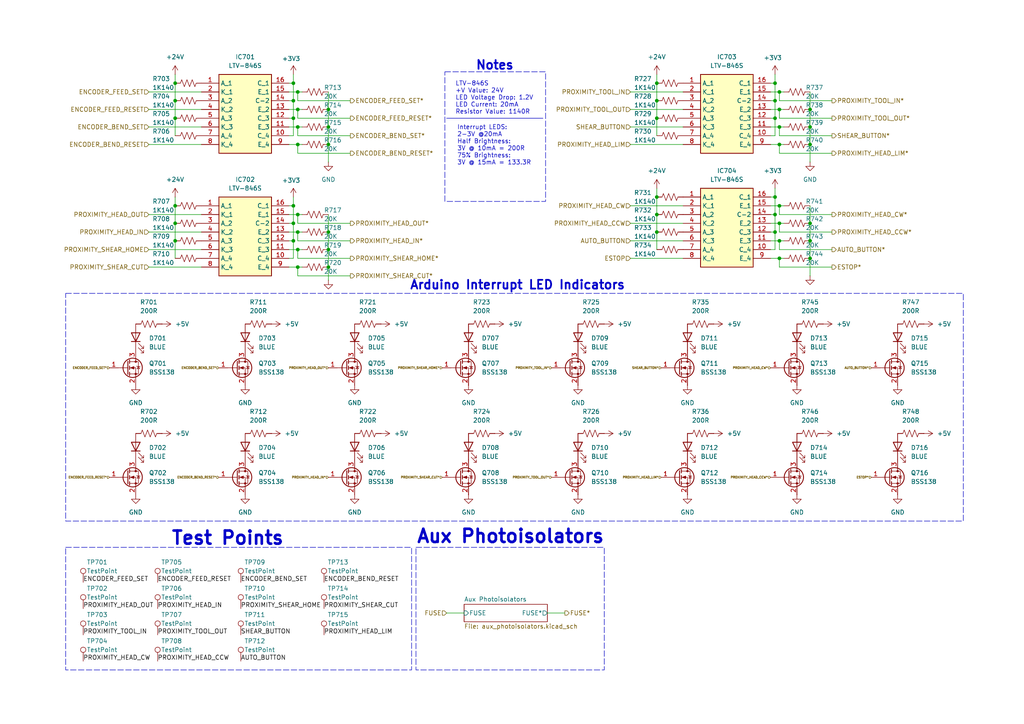
<source format=kicad_sch>
(kicad_sch (version 20231120) (generator "eeschema") (generator_version "8.0")
  (paper "A4")
  (junction (at 234.95 69.85))
  (junction (at 95.25 36.83))
  (junction (at 86.36 41.91))
  (junction (at 224.79 57.15))
  (junction (at 50.8 59.69))
  (junction (at 234.95 64.77))
  (junction (at 190.5 62.23))
  (junction (at 224.79 67.31))
  (junction (at 86.36 67.31))
  (junction (at 234.95 41.91))
  (junction (at 226.06 74.93))
  (junction (at 226.06 41.91))
  (junction (at 50.8 34.29))
  (junction (at 95.25 77.47))
  (junction (at 95.25 67.31))
  (junction (at 234.95 31.75))
  (junction (at 85.09 59.69))
  (junction (at 85.09 34.29))
  (junction (at 190.5 24.13))
  (junction (at 86.36 36.83))
  (junction (at 234.95 74.93))
  (junction (at 226.06 26.67))
  (junction (at 85.09 29.21))
  (junction (at 234.95 36.83))
  (junction (at 50.8 64.77))
  (junction (at 226.06 69.85))
  (junction (at 226.06 36.83))
  (junction (at 85.09 24.13))
  (junction (at 190.5 57.15))
  (junction (at 95.25 41.91))
  (junction (at 85.09 69.85))
  (junction (at 50.8 29.21))
  (junction (at 95.25 72.39))
  (junction (at 50.8 69.85))
  (junction (at 224.79 34.29))
  (junction (at 226.06 59.69))
  (junction (at 95.25 31.75))
  (junction (at 190.5 67.31))
  (junction (at 190.5 29.21))
  (junction (at 226.06 64.77))
  (junction (at 226.06 31.75))
  (junction (at 85.09 64.77))
  (junction (at 50.8 24.13))
  (junction (at 86.36 31.75))
  (junction (at 86.36 62.23))
  (junction (at 86.36 72.39))
  (junction (at 86.36 26.67))
  (junction (at 224.79 24.13))
  (junction (at 86.36 77.47))
  (junction (at 224.79 29.21))
  (junction (at 224.79 62.23))
  (junction (at 190.5 34.29))
  (wire (pts (xy 95.25 72.39) (xy 95.25 77.47)))
  (wire (pts (xy 223.52 41.91) (xy 226.06 41.91)))
  (wire (pts (xy 182.88 41.91) (xy 198.12 41.91)))
  (wire (pts (xy 234.95 59.69) (xy 234.95 64.77)))
  (wire (pts (xy 87.63 36.83) (xy 86.36 36.83)))
  (wire (pts (xy 234.95 41.91) (xy 234.95 46.99)))
  (wire (pts (xy 190.5 54.61) (xy 190.5 57.15)))
  (wire (pts (xy 223.52 39.37) (xy 224.79 39.37)))
  (wire (pts (xy 223.52 57.15) (xy 224.79 57.15)))
  (wire (pts (xy 226.06 26.67) (xy 226.06 29.21)))
  (wire (pts (xy 223.52 62.23) (xy 224.79 62.23)))
  (wire (pts (xy 95.25 41.91) (xy 95.25 46.99)))
  (wire (pts (xy 190.5 24.13) (xy 190.5 29.21)))
  (wire (pts (xy 223.52 29.21) (xy 224.79 29.21)))
  (wire (pts (xy 85.09 29.21) (xy 85.09 34.29)))
  (wire (pts (xy 224.79 54.61) (xy 224.79 57.15)))
  (wire (pts (xy 190.5 29.21) (xy 190.5 34.29)))
  (wire (pts (xy 83.82 41.91) (xy 86.36 41.91)))
  (wire (pts (xy 85.09 21.59) (xy 85.09 24.13)))
  (wire (pts (xy 190.5 67.31) (xy 190.5 72.39)))
  (wire (pts (xy 43.18 26.67) (xy 58.42 26.67)))
  (wire (pts (xy 234.95 69.85) (xy 234.95 74.93)))
  (wire (pts (xy 182.88 31.75) (xy 198.12 31.75)))
  (wire (pts (xy 86.36 36.83) (xy 83.82 36.83)))
  (wire (pts (xy 227.33 64.77) (xy 226.06 64.77)))
  (wire (pts (xy 226.06 74.93) (xy 227.33 74.93)))
  (wire (pts (xy 87.63 62.23) (xy 86.36 62.23)))
  (wire (pts (xy 95.25 26.67) (xy 95.25 31.75)))
  (wire (pts (xy 50.8 57.15) (xy 50.8 59.69)))
  (wire (pts (xy 43.18 77.47) (xy 58.42 77.47)))
  (wire (pts (xy 86.36 64.77) (xy 101.6 64.77)))
  (wire (pts (xy 227.33 59.69) (xy 226.06 59.69)))
  (wire (pts (xy 227.33 69.85) (xy 226.06 69.85)))
  (wire (pts (xy 224.79 29.21) (xy 224.79 34.29)))
  (wire (pts (xy 85.09 34.29) (xy 83.82 34.29)))
  (wire (pts (xy 227.33 26.67) (xy 226.06 26.67)))
  (wire (pts (xy 85.09 59.69) (xy 85.09 64.77)))
  (wire (pts (xy 83.82 39.37) (xy 85.09 39.37)))
  (wire (pts (xy 226.06 59.69) (xy 226.06 62.23)))
  (wire (pts (xy 224.79 57.15) (xy 224.79 62.23)))
  (wire (pts (xy 43.18 72.39) (xy 58.42 72.39)))
  (wire (pts (xy 50.8 29.21) (xy 50.8 34.29)))
  (wire (pts (xy 226.06 41.91) (xy 226.06 44.45)))
  (wire (pts (xy 50.8 34.29) (xy 50.8 39.37)))
  (wire (pts (xy 86.36 72.39) (xy 86.36 74.93)))
  (wire (pts (xy 50.8 21.59) (xy 50.8 24.13)))
  (wire (pts (xy 226.06 69.85) (xy 226.06 72.39)))
  (wire (pts (xy 50.8 24.13) (xy 50.8 29.21)))
  (wire (pts (xy 226.06 59.69) (xy 223.52 59.69)))
  (wire (pts (xy 190.5 62.23) (xy 190.5 67.31)))
  (wire (pts (xy 182.88 64.77) (xy 198.12 64.77)))
  (wire (pts (xy 223.52 72.39) (xy 224.79 72.39)))
  (wire (pts (xy 85.09 24.13) (xy 85.09 29.21)))
  (wire (pts (xy 87.63 31.75) (xy 86.36 31.75)))
  (wire (pts (xy 86.36 39.37) (xy 101.6 39.37)))
  (wire (pts (xy 226.06 44.45) (xy 241.3 44.45)))
  (wire (pts (xy 227.33 31.75) (xy 226.06 31.75)))
  (wire (pts (xy 226.06 39.37) (xy 241.3 39.37)))
  (wire (pts (xy 95.25 62.23) (xy 95.25 67.31)))
  (wire (pts (xy 83.82 24.13) (xy 85.09 24.13)))
  (wire (pts (xy 234.95 31.75) (xy 234.95 36.83)))
  (wire (pts (xy 50.8 64.77) (xy 50.8 69.85)))
  (wire (pts (xy 95.25 31.75) (xy 95.25 36.83)))
  (wire (pts (xy 234.95 64.77) (xy 234.95 69.85)))
  (wire (pts (xy 83.82 64.77) (xy 85.09 64.77)))
  (wire (pts (xy 43.18 41.91) (xy 58.42 41.91)))
  (wire (pts (xy 86.36 67.31) (xy 83.82 67.31)))
  (wire (pts (xy 234.95 74.93) (xy 234.95 80.01)))
  (wire (pts (xy 226.06 77.47) (xy 241.3 77.47)))
  (wire (pts (xy 87.63 67.31) (xy 86.36 67.31)))
  (wire (pts (xy 85.09 74.93) (xy 85.09 69.85)))
  (wire (pts (xy 224.79 34.29) (xy 223.52 34.29)))
  (wire (pts (xy 86.36 36.83) (xy 86.36 39.37)))
  (wire (pts (xy 226.06 41.91) (xy 227.33 41.91)))
  (wire (pts (xy 226.06 34.29) (xy 241.3 34.29)))
  (wire (pts (xy 234.95 36.83) (xy 234.95 41.91)))
  (wire (pts (xy 83.82 74.93) (xy 85.09 74.93)))
  (wire (pts (xy 224.79 67.31) (xy 223.52 67.31)))
  (wire (pts (xy 190.5 34.29) (xy 190.5 39.37)))
  (wire (pts (xy 95.25 67.31) (xy 95.25 72.39)))
  (wire (pts (xy 226.06 64.77) (xy 223.52 64.77)))
  (wire (pts (xy 226.06 36.83) (xy 226.06 39.37)))
  (wire (pts (xy 86.36 62.23) (xy 83.82 62.23)))
  (wire (pts (xy 95.25 36.83) (xy 95.25 41.91)))
  (wire (pts (xy 224.79 72.39) (xy 224.79 67.31)))
  (wire (pts (xy 83.82 77.47) (xy 86.36 77.47)))
  (wire (pts (xy 86.36 67.31) (xy 86.36 69.85)))
  (wire (pts (xy 87.63 72.39) (xy 86.36 72.39)))
  (wire (pts (xy 86.36 41.91) (xy 87.63 41.91)))
  (wire (pts (xy 83.82 29.21) (xy 85.09 29.21)))
  (wire (pts (xy 86.36 72.39) (xy 83.82 72.39)))
  (wire (pts (xy 86.36 34.29) (xy 101.6 34.29)))
  (wire (pts (xy 86.36 41.91) (xy 86.36 44.45)))
  (wire (pts (xy 182.88 36.83) (xy 198.12 36.83)))
  (wire (pts (xy 226.06 26.67) (xy 223.52 26.67)))
  (wire (pts (xy 182.88 59.69) (xy 198.12 59.69)))
  (wire (pts (xy 158.75 177.8) (xy 163.83 177.8)))
  (wire (pts (xy 43.18 67.31) (xy 58.42 67.31)))
  (wire (pts (xy 182.88 74.93) (xy 198.12 74.93)))
  (wire (pts (xy 234.95 26.67) (xy 234.95 31.75)))
  (wire (pts (xy 50.8 59.69) (xy 50.8 64.77)))
  (wire (pts (xy 86.36 74.93) (xy 101.6 74.93)))
  (wire (pts (xy 85.09 64.77) (xy 85.09 69.85)))
  (wire (pts (xy 86.36 26.67) (xy 86.36 29.21)))
  (wire (pts (xy 87.63 26.67) (xy 86.36 26.67)))
  (wire (pts (xy 43.18 36.83) (xy 58.42 36.83)))
  (wire (pts (xy 226.06 62.23) (xy 241.3 62.23)))
  (wire (pts (xy 227.33 36.83) (xy 226.06 36.83)))
  (wire (pts (xy 223.52 74.93) (xy 226.06 74.93)))
  (wire (pts (xy 85.09 57.15) (xy 85.09 59.69)))
  (wire (pts (xy 224.79 62.23) (xy 224.79 67.31)))
  (wire (pts (xy 86.36 29.21) (xy 101.6 29.21)))
  (wire (pts (xy 226.06 74.93) (xy 226.06 77.47)))
  (wire (pts (xy 86.36 69.85) (xy 101.6 69.85)))
  (wire (pts (xy 86.36 26.67) (xy 83.82 26.67)))
  (wire (pts (xy 86.36 44.45) (xy 101.6 44.45)))
  (wire (pts (xy 226.06 72.39) (xy 241.3 72.39)))
  (wire (pts (xy 226.06 31.75) (xy 223.52 31.75)))
  (wire (pts (xy 86.36 31.75) (xy 83.82 31.75)))
  (wire (pts (xy 226.06 36.83) (xy 223.52 36.83)))
  (wire (pts (xy 95.25 77.47) (xy 95.25 81.28)))
  (wire (pts (xy 86.36 77.47) (xy 87.63 77.47)))
  (wire (pts (xy 86.36 77.47) (xy 86.36 80.01)))
  (wire (pts (xy 86.36 80.01) (xy 101.6 80.01)))
  (wire (pts (xy 226.06 67.31) (xy 241.3 67.31)))
  (wire (pts (xy 226.06 64.77) (xy 226.06 67.31)))
  (wire (pts (xy 43.18 62.23) (xy 58.42 62.23)))
  (wire (pts (xy 83.82 59.69) (xy 85.09 59.69)))
  (wire (pts (xy 86.36 31.75) (xy 86.36 34.29)))
  (wire (pts (xy 224.79 39.37) (xy 224.79 34.29)))
  (wire (pts (xy 223.52 24.13) (xy 224.79 24.13)))
  (wire (pts (xy 190.5 21.59) (xy 190.5 24.13)))
  (wire (pts (xy 226.06 31.75) (xy 226.06 34.29)))
  (wire (pts (xy 226.06 69.85) (xy 223.52 69.85)))
  (wire (pts (xy 226.06 29.21) (xy 241.3 29.21)))
  (wire (pts (xy 43.18 31.75) (xy 58.42 31.75)))
  (wire (pts (xy 224.79 21.59) (xy 224.79 24.13)))
  (polyline (pts (xy 129.54 34.29) (xy 157.48 34.29)))
  (wire (pts (xy 182.88 69.85) (xy 198.12 69.85)))
  (wire (pts (xy 190.5 57.15) (xy 190.5 62.23)))
  (wire (pts (xy 85.09 69.85) (xy 83.82 69.85)))
  (wire (pts (xy 224.79 24.13) (xy 224.79 29.21)))
  (wire (pts (xy 129.54 177.8) (xy 134.62 177.8)))
  (wire (pts (xy 50.8 69.85) (xy 50.8 74.93)))
  (wire (pts (xy 182.88 26.67) (xy 198.12 26.67)))
  (wire (pts (xy 86.36 62.23) (xy 86.36 64.77)))
  (wire (pts (xy 85.09 39.37) (xy 85.09 34.29)))
  (polyline (pts (xy 237.0236 179.3539) (xy 236.2371 179.3539) (xy 236.1515 179.7819) (xy 236.8524 179.7819) (xy 236.8185 179.9512) (xy 236.1176 179.9512) (xy 236.028 180.4012) (xy 236.8424 180.4012) (xy 236.8086 180.5744) (xy 235.7951 180.5744) (xy 236.0738 179.1806) (xy 237.0575 179.1806) (xy 237.0236 179.3539)) (stroke (width -0.0001) (type solid)) (fill (type outline)))
  (polyline (pts (xy 234.387 179.1652) (xy 234.4187 179.1666) (xy 234.4502 179.169) (xy 234.4812 179.1724) (xy 234.5119 179.1767) (xy 234.542 179.1819) (xy 234.5716 179.188) (xy 234.6006 179.1951) (xy 234.6289 179.203) (xy 234.6565 179.2118) (xy 234.6832 179.2214) (xy 234.7091 179.2319) (xy 234.7341 179.2432) (xy 234.7581 179.2554) (xy 234.7811 179.2684) (xy 234.8029 179.2822) (xy 234.7233 179.4454) (xy 234.7035 179.432) (xy 234.6831 179.4195) (xy 234.662 179.4078) (xy 234.6404 179.3969) (xy 234.6181 179.3869) (xy 234.5954 179.3778) (xy 234.5721 179.3695) (xy 234.5483 179.3621) (xy 234.5241 179.3555) (xy 234.4995 179.3498) (xy 234.4745 179.345) (xy 234.4492 179.341) (xy 234.4235 179.3379) (xy 234.3976 179.3357) (xy 234.3714 179.3344) (xy 234.345 179.334) (xy 234.303 179.3351) (xy 234.2631 179.3384) (xy 234.2254 179.3439) (xy 234.1899 179.3515) (xy 234.1567 179.3611) (xy 234.1259 179.3726) (xy 234.0976 179.386) (xy 234.0719 179.4011) (xy 234.0489 179.418) (xy 234.0385 179.4271) (xy 234.0287 179.4366) (xy 234.0197 179.4465) (xy 234.0113 179.4567) (xy 234.0038 179.4674) (xy 233.9969 179.4784) (xy 233.9909 179.4898) (xy 233.9856 179.5015) (xy 233.981 179.5136) (xy 233.9773 179.526) (xy 233.9744 179.5387) (xy 233.9723 179.5518) (xy 233.9711 179.5652) (xy 233.9706 179.5788) (xy 233.9727 179.605) (xy 233.9787 179.6289) (xy 233.9883 179.6506) (xy 234.0014 179.6703) (xy 234.0175 179.6882) (xy 234.0366 179.7045) (xy 234.0583 179.7193) (xy 234.0823 179.7329) (xy 234.1085 179.7454) (xy 234.1364 179.757) (xy 234.1968 179.7783) (xy 234.3281 179.8183) (xy 234.3947 179.8398) (xy 234.4593 179.8644) (xy 234.4901 179.8782) (xy 234.5197 179.8934) (xy 234.5476 179.91) (xy 234.5738 179.9283) (xy 234.5978 179.9484) (xy 234.6195 179.9706) (xy 234.6386 179.995) (xy 234.6548 180.0217) (xy 234.6678 180.0511) (xy 234.6774 180.0831) (xy 234.6834 180.1182) (xy 234.6855 180.1563) (xy 234.6848 180.1814) (xy 234.6827 180.2058) (xy 234.6792 180.2296) (xy 234.6744 180.2527) (xy 234.6682 180.2751) (xy 234.6608 180.2969) (xy 234.6521 180.318) (xy 234.6421 180.3384) (xy 234.6309 180.358) (xy 234.6186 180.377) (xy 234.605 180.3952) (xy 234.5903 180.4126) (xy 234.5745 180.4294) (xy 234.5577 180.4453) (xy 234.5397 180.4605) (xy 234.5207 180.4749) (xy 234.5007 180.4885) (xy 234.4797 180.5013) (xy 234.4577 180.5133) (xy 234.4348 180.5244) (xy 234.411 180.5348) (xy 234.3863 180.5443) (xy 234.3607 180.5529) (xy 234.3343 180.5606) (xy 234.3071 180.5675) (xy 234.2791 180.5735) (xy 234.2504 180.5786) (xy 234.2209 180.5828) (xy 234.1907 180.5861) (xy 234.1598 180.5885) (xy 234.1282 180.5899) (xy 234.0961 180.5904) (xy 234.0562 180.5895) (xy 234.0166 180.587) (xy 233.9775 180.583) (xy 233.939 180.5774) (xy 233.9011 180.5704) (xy 233.8642 180.562) (xy 233.8282 180.5524) (xy 233.7934 180.5416) (xy 233.7599 180.5297) (xy 233.7279 180.5167) (xy 233.6975 180.5027) (xy 233.6688 180.4879) (xy 233.642 180.4722) (xy 233.6172 180.4558) (xy 233.5946 180.4388) (xy 233.5744 180.4211) (xy 233.662 180.2618) (xy 233.6825 180.2797) (xy 233.7046 180.2967) (xy 233.7281 180.3127) (xy 233.7528 180.3279) (xy 233.7787 180.342) (xy 233.8057 180.3551) (xy 233.8337 180.3671) (xy 233.8626 180.3781) (xy 233.8923 180.3878) (xy 233.9227 180.3964) (xy 233.9537 180.4038) (xy 233.9851 180.4099) (xy 234.017 180.4148) (xy 234.0492 180.4183) (xy 234.0815 180.4204) (xy 234.114 180.4211) (xy 234.1553 180.4201) (xy 234.1947 180.4171) (xy 234.2323 180.4122) (xy 234.2677 180.4054) (xy 234.301 180.3966) (xy 234.3319 180.386) (xy 234.3605 180.3736) (xy 234.3865 180.3594) (xy 234.4099 180.3434) (xy 234.4206 180.3347) (xy 234.4306 180.3256) (xy 234.4398 180.3161) (xy 234.4483 180.3062) (xy 234.4561 180.2958) (xy 234.4631 180.285) (xy 234.4694 180.2738) (xy 234.4748 180.2622) (xy 234.4795 180.2502) (xy 234.4834 180.2378) (xy 234.4864 180.225) (xy 234.4885 180.2117) (xy 234.4899 180.1981) (xy 234.4903 180.1841) (xy 234.4882 180.1581) (xy 234.4823 180.1345) (xy 234.4726 180.1131) (xy 234.4596 180.0937) (xy 234.4434 180.0762) (xy 234.4243 180.0602) (xy 234.4027 180.0457) (xy 234.3786 180.0324) (xy 234.3525 180.0203) (xy 234.3245 180.0089) (xy 234.2641 179.9881) (xy 234.1329 179.9487) (xy 234.0663 179.927) (xy 234.0017 179.902) (xy 233.9708 179.8877) (xy 233.9413 179.8721) (xy 233.9133 179.8548) (xy 233.8872 179.8358) (xy 233.8632 179.8148) (xy 233.8415 179.7917) (xy 233.8224 179.7662) (xy 233.8062 179.7381) (xy 233.7932 179.7073) (xy 233.7836 179.6736) (xy 233.7776 179.6368) (xy 233.7755 179.5967) (xy 233.7762 179.572) (xy 233.7783 179.5479) (xy 233.7817 179.5244) (xy 233.7865 179.5016) (xy 233.7925 179.4793) (xy 233.7998 179.4578) (xy 233.8084 179.4369) (xy 233.8182 179.4167) (xy 233.8292 179.3971) (xy 233.8413 179.3783) (xy 233.8546 179.3602) (xy 233.8691 179.3428) (xy 233.8846 179.3261) (xy 233.9012 179.3102) (xy 233.9189 179.295) (xy 233.9375 179.2806) (xy 233.9572 179.267) (xy 233.9779 179.2542) (xy 233.9995 179.2422) (xy 234.022 179.231) (xy 234.0454 179.2207) (xy 234.0697 179.2111) (xy 234.0948 179.2025) (xy 234.1208 179.1947) (xy 234.1475 179.1877) (xy 234.175 179.1817) (xy 234.2033 179.1765) (xy 234.2323 179.1723) (xy 234.262 179.169) (xy 234.2923 179.1666) (xy 234.3233 179.1651) (xy 234.355 179.1647) (xy 234.387 179.1652)) (stroke (width -0.0001) (type solid)) (fill (type outline)))
  (polyline (pts (xy 230.5542 173.7128) (xy 231.3881 173.7128) (xy 230.6311 177.498) (xy 232.9792 177.498) (xy 232.8381 178.2036) (xy 229.6559 178.2036) (xy 230.5542 173.7128) (xy 230.5542 173.7128)) (stroke (width -0.0001) (type solid)) (fill (type outline)))
  (rectangle (start 19.05 158.75) (end 119.38 194.31) (stroke (width 0) (type dash)))
  (polyline (pts (xy 219.8231 173.6517) (xy 219.962 173.6609) (xy 220.097 173.6761) (xy 220.2278 173.6973) (xy 220.3542 173.7245) (xy 220.476 173.7576) (xy 220.5929 173.7964) (xy 220.7046 173.8411) (xy 220.8111 173.8914) (xy 220.912 173.9475) (xy 221.0071 174.0091) (xy 221.0961 174.0762) (xy 221.1789 174.1489) (xy 221.2551 174.227) (xy 221.3246 174.3104) (xy 221.3871 174.3992) (xy 220.7841 174.9061) (xy 220.7367 174.8441) (xy 220.686 174.7858) (xy 220.632 174.7312) (xy 220.6037 174.7054) (xy 220.5746 174.6804) (xy 220.5447 174.6564) (xy 220.5139 174.6334) (xy 220.4823 174.6113) (xy 220.4499 174.5902) (xy 220.4166 174.57) (xy 220.3825 174.5509) (xy 220.3475 174.5327) (xy 220.3117 174.5155) (xy 220.2375 174.4841) (xy 220.16 174.4568) (xy 220.079 174.4335) (xy 219.9946 174.4143) (xy 219.9068 174.3994) (xy 219.8156 174.3886) (xy 219.7209 174.3821) (xy 219.6228 174.38) (xy 219.5164 174.3825) (xy 219.4126 174.3899) (xy 219.3114 174.4022) (xy 219.2129 174.4192) (xy 219.1171 174.4408) (xy 219.0241 174.4668) (xy 218.9339 174.4972) (xy 218.8466 174.5317) (xy 218.7623 174.5704) (xy 218.6809 174.613) (xy 218.6026 174.6594) (xy 218.5274 174.7095) (xy 218.4554 174.7632) (xy 218.3866 174.8203) (xy 218.321 174.8808) (xy 218.2587 174.9445) (xy 218.1998 175.0113) (xy 218.1443 175.0811) (xy 218.0923 175.1536) (xy 218.0438 175.2289) (xy 217.9989 175.3068) (xy 217.9576 175.3871) (xy 217.92 175.4697) (xy 217.8861 175.5546) (xy 217.856 175.6416) (xy 217.8298 175.7305) (xy 217.8074 175.8212) (xy 217.789 175.9137) (xy 217.7746 176.0078) (xy 217.7642 176.1033) (xy 217.758 176.2001) (xy 217.7559 176.2982) (xy 217.7573 176.3672) (xy 217.7616 176.4348) (xy 217.7687 176.5007) (xy 217.7786 176.5651) (xy 217.7914 176.6278) (xy 217.8069 176.6888) (xy 217.8253 176.7481) (xy 217.8464 176.8057) (xy 217.8703 176.8614) (xy 217.897 176.9152) (xy 217.9264 176.9671) (xy 217.9585 177.0171) (xy 217.9934 177.065) (xy 218.031 177.1109) (xy 218.0713 177.1547) (xy 218.1143 177.1964) (xy 218.16 177.2359) (xy 218.2084 177.2732) (xy 218.2595 177.3082) (xy 218.3132 177.3409) (xy 218.3695 177.3712) (xy 218.4285 177.3992) (xy 218.4901 177.4247) (xy 218.5543 177.4477) (xy 218.6211 177.4681) (xy 218.6905 177.486) (xy 218.7625 177.5012) (xy 218.8371 177.5138) (xy 218.9142 177.5236) (xy 218.9939 177.5307) (xy 219.0762 177.535) (xy 219.1609 177.5365) (xy 219.254 177.5345) (xy 219.3455 177.5286) (xy 219.4354 177.5188) (xy 219.5237 177.5049) (xy 219.6103 177.487) (xy 219.6951 177.4651) (xy 219.7782 177.4391) (xy 219.8594 177.4089) (xy 219.9388 177.3747) (xy 220.0162 177.3363) (xy 220.0916 177.2937) (xy 220.165 177.2468) (xy 220.2364 177.1958) (xy 220.3056 177.1404) (xy 220.3727 177.0808) (xy 220.4376 177.0168) (xy 220.9251 177.5428) (xy 220.8409 177.6334) (xy 220.7518 177.7177) (xy 220.6582 177.7956) (xy 220.5601 177.8672) (xy 220.4577 177.9327) (xy 220.3511 177.9921) (xy 220.2407 178.0455) (xy 220.1264 178.093) (xy 220.0086 178.1346) (xy 219.8873 178.1704) (xy 219.7627 178.2005) (xy 219.635 178.2249) (xy 219.5044 178.2438) (xy 219.3711 178.2572) (xy 219.2351 178.2652) (xy 219.0967 178.2678) (xy 218.9702 178.2655) (xy 218.847 178.2588) (xy 218.7272 178.2475) (xy 218.6107 178.232) (xy 218.4976 178.2121) (xy 218.388 178.1881) (xy 218.2819 178.16) (xy 218.1794 178.1278) (xy 218.0805 178.0916) (xy 217.9853 178.0516) (xy 217.8938 178.0078) (xy 217.806 177.9603) (xy 217.7221 177.9091) (xy 217.642 177.8544) (xy 217.5659 177.7961) (xy 217.4936 177.7345) (xy 217.4254 177.6696) (xy 217.3613 177.6014) (xy 217.3012 177.53) (xy 217.2453 177.4555) (xy 217.1936 177.378) (xy 217.1461 177.2976) (xy 217.103 177.2144) (xy 217.0641 177.1283) (xy 217.0297 177.0396) (xy 216.9997 176.9482) (xy 216.9741 176.8543) (xy 216.9531 176.758) (xy 216.9367 176.6592) (xy 216.9249 176.5582) (xy 216.9178 176.4549) (xy 216.9155 176.3495) (xy 216.9187 176.208) (xy 216.9282 176.0686) (xy 216.944 175.9316) (xy 216.9659 175.7969) (xy 216.9938 175.6649) (xy 217.0277 175.5357) (xy 217.0674 175.4093) (xy 217.1129 175.2861) (xy 217.1641 175.166) (xy 217.2208 175.0494) (xy 217.283 174.9362) (xy 217.3505 174.8268) (xy 217.4234 174.7212) (xy 217.5014 174.6195) (xy 217.5844 174.5221) (xy 217.6725 174.4289) (xy 217.7654 174.3402) (xy 217.8632 174.2561) (xy 217.9656 174.1767) (xy 218.0726 174.1023) (xy 218.1842 174.0329) (xy 218.3001 173.9688) (xy 218.4204 173.91) (xy 218.5448 173.8568) (xy 218.6734 173.8093) (xy 218.806 173.7676) (xy 218.9425 173.7319) (xy 219.0828 173.7023) (xy 219.2269 173.679) (xy 219.3746 173.6622) (xy 219.5259 173.652) (xy 219.6806 173.6486) (xy 219.8231 173.6517)) (stroke (width -0.0001) (type solid)) (fill (type outline)))
  (polyline (pts (xy 241.6014 178.2036) (xy 240.7738 178.2036) (xy 240.5364 177.1643) (xy 238.2781 177.1643) (xy 237.6302 178.2036) (xy 236.7384 178.2036) (xy 237.8393 176.5099) (xy 238.6887 176.5099) (xy 240.3824 176.5099) (xy 239.9269 174.5339) (xy 238.6887 176.5099) (xy 237.8393 176.5099) (xy 239.6575 173.7128) (xy 240.4851 173.7128) (xy 241.6014 178.2036)) (stroke (width -0.0001) (type solid)) (fill (type outline)))
  (polyline (pts (xy 217.3696 179.3539) (xy 216.583 179.3539) (xy 216.4974 179.7819) (xy 217.1983 179.7819) (xy 217.1645 179.9512) (xy 216.4636 179.9512) (xy 216.374 180.4012) (xy 217.1883 180.4012) (xy 217.1545 180.5744) (xy 216.141 180.5744) (xy 216.4198 179.1806) (xy 217.4034 179.1806) (xy 217.3696 179.3539)) (stroke (width -0.0001) (type solid)) (fill (type outline)))
  (polyline (pts (xy 230.6741 179.1824) (xy 230.7303 179.1876) (xy 230.7832 179.1961) (xy 230.8325 179.208) (xy 230.8559 179.2152) (xy 230.8784 179.2232) (xy 230.8999 179.2319) (xy 230.9206 179.2415) (xy 230.9403 179.2519) (xy 230.9591 179.263) (xy 230.9769 179.275) (xy 230.9938 179.2876) (xy 231.0098 179.3011) (xy 231.0248 179.3153) (xy 231.0388 179.3302) (xy 231.0518 179.3459) (xy 231.0638 179.3623) (xy 231.0749 179.3794) (xy 231.0849 179.3973) (xy 231.0939 179.4158) (xy 231.1019 179.4351) (xy 231.1088 179.455) (xy 231.1147 179.4756) (xy 231.1196 179.497) (xy 231.1234 179.5189) (xy 231.1261 179.5416) (xy 231.1277 179.5649) (xy 231.1283 179.5888) (xy 231.1264 179.6397) (xy 231.1242 179.6643) (xy 231.1211 179.6883) (xy 231.1171 179.7119) (xy 231.1122 179.7348) (xy 231.1065 179.7573) (xy 231.0999 179.7791) (xy 231.0925 179.8004) (xy 231.0842 179.8211) (xy 231.0751 179.8412) (xy 231.0652 179.8608) (xy 231.0545 179.8798) (xy 231.0431 179.8981) (xy 231.0308 179.9159) (xy 231.0177 179.933) (xy 231.0039 179.9496) (xy 230.9893 179.9655) (xy 230.974 179.9808) (xy 230.9579 179.9955) (xy 230.9411 180.0095) (xy 230.9235 180.0229) (xy 230.9053 180.0356) (xy 230.8863 180.0477) (xy 230.8463 180.07) (xy 230.8035 180.0895) (xy 230.7581 180.1063) (xy 230.7101 180.1204) (xy 230.9649 180.5744) (xy 230.7539 180.5744) (xy 230.511 180.1483) (xy 230.1008 180.1483) (xy 230.0172 180.5744) (xy 229.8161 180.5744) (xy 229.9352 179.979) (xy 230.1347 179.979) (xy 230.4791 179.979) (xy 230.5311 179.9775) (xy 230.5802 179.9731) (xy 230.6264 179.9657) (xy 230.6696 179.9553) (xy 230.69 179.949) (xy 230.7097 179.942) (xy 230.7285 179.9343) (xy 230.7466 179.9258) (xy 230.7639 179.9166) (xy 230.7804 179.9067) (xy 230.7961 179.8961) (xy 230.8109 179.8847) (xy 230.8249 179.8726) (xy 230.8381 179.8599) (xy 230.8504 179.8464) (xy 230.8618 179.8321) (xy 230.8724 179.8172) (xy 230.8821 179.8016) (xy 230.8909 179.7853) (xy 230.8988 179.7682) (xy 230.9059 179.7505) (xy 230.912 179.732) (xy 230.9172 179.7129) (xy 230.9215 179.693) (xy 230.9248 179.6725) (xy 230.9272 179.6513) (xy 230.9286 179.6293) (xy 230.9291 179.6067) (xy 230.9288 179.5913) (xy 230.9277 179.5763) (xy 230.926 179.5618) (xy 230.9236 179.5478) (xy 230.9205 179.5343) (xy 230.9167 179.5213) (xy 230.9122 179.5087) (xy 230.9071 179.4967) (xy 230.9013 179.4851) (xy 230.8949 179.474) (xy 230.8878 179.4633) (xy 230.8801 179.4532) (xy 230.8717 179.4436) (xy 230.8627 179.4344) (xy 230.853 179.4258) (xy 230.8428 179.4176) (xy 230.8319 179.4099) (xy 230.8203 179.4027) (xy 230.8082 179.396) (xy 230.7954 179.3898) (xy 230.7821 179.3841) (xy 230.7681 179.3788) (xy 230.7536 179.3741) (xy 230.7384 179.3699) (xy 230.7227 179.3661) (xy 230.7064 179.3629) (xy 230.6895 179.3601) (xy 230.672 179.3579) (xy 230.654 179.3561) (xy 230.6354 179.3549) (xy 230.6163 179.3541) (xy 230.5966 179.3539) (xy 230.2601 179.3539) (xy 230.1347 179.979) (xy 229.9352 179.979) (xy 230.0948 179.1806) (xy 230.6145 179.1806) (xy 230.6741 179.1824)) (stroke (width -0.0001) (type solid)) (fill (type outline)))
  (polyline (pts (xy 245.6108 176.8564) (xy 246.2331 173.7128) (xy 247.0607 173.7128) (xy 246.1626 178.2036) (xy 245.4761 178.2036) (xy 243.6348 175.06) (xy 243.0061 178.2036) (xy 242.1785 178.2036) (xy 243.0767 173.7128) (xy 243.7631 173.7128) (xy 245.6108 176.8564)) (stroke (width -0.0001) (type solid)) (fill (type outline)))
  (rectangle (start 19.05 85.09) (end 279.4 151.13) (stroke (width 0) (type dash)))
  (polyline (pts (xy 228.3614 179.1824) (xy 228.4173 179.1876) (xy 228.4699 179.1961) (xy 228.519 179.208) (xy 228.5423 179.2152) (xy 228.5646 179.2232) (xy 228.5861 179.2319) (xy 228.6067 179.2415) (xy 228.6263 179.2519) (xy 228.645 179.263) (xy 228.6628 179.275) (xy 228.6797 179.2876) (xy 228.6956 179.3011) (xy 228.7105 179.3153) (xy 228.7245 179.3302) (xy 228.7375 179.3459) (xy 228.7495 179.3623) (xy 228.7605 179.3794) (xy 228.7705 179.3973) (xy 228.7795 179.4158) (xy 228.7875 179.4351) (xy 228.7944 179.455) (xy 228.8003 179.4756) (xy 228.8051 179.497) (xy 228.8089 179.5189) (xy 228.8116 179.5416) (xy 228.8133 179.5649) (xy 228.8138 179.5888) (xy 228.8131 179.6218) (xy 228.8109 179.6539) (xy 228.8073 179.6851) (xy 228.8023 179.7154) (xy 228.7958 179.7447) (xy 228.788 179.7732) (xy 228.7789 179.8007) (xy 228.7683 179.8272) (xy 228.7565 179.8528) (xy 228.7434 179.8774) (xy 228.7289 179.9011) (xy 228.7132 179.9237) (xy 228.6963 179.9454) (xy 228.6781 179.966) (xy 228.6587 179.9856) (xy 228.6381 180.0042) (xy 228.6164 180.0217) (xy 228.5934 180.0382) (xy 228.5693 180.0536) (xy 228.5442 180.068) (xy 228.5178 180.0812) (xy 228.4905 180.0934) (xy 228.462 180.1044) (xy 228.4325 180.1144) (xy 228.4019 180.1232) (xy 228.3704 180.1308) (xy 228.3378 180.1373) (xy 228.3043 180.1427) (xy 228.2698 180.1469) (xy 228.2344 180.1499) (xy 228.198 180.1517) (xy 228.1608 180.1523) (xy 227.7884 180.1523) (xy 227.7047 180.5744) (xy 227.5057 180.5744) (xy 227.6248 179.979) (xy 227.8243 179.979) (xy 228.1647 179.979) (xy 228.2167 179.9775) (xy 228.2658 179.9731) (xy 228.312 179.9657) (xy 228.3552 179.9553) (xy 228.3756 179.949) (xy 228.3953 179.942) (xy 228.4142 179.9343) (xy 228.4323 179.9258) (xy 228.4496 179.9166) (xy 228.466 179.9067) (xy 228.4817 179.8961) (xy 228.4965 179.8847) (xy 228.5105 179.8726) (xy 228.5237 179.8599) (xy 228.536 179.8464) (xy 228.5475 179.8321) (xy 228.558 179.8172) (xy 228.5677 179.8016) (xy 228.5766 179.7853) (xy 228.5845 179.7682) (xy 228.5915 179.7505) (xy 228.5976 179.732) (xy 228.6028 179.7129) (xy 228.6071 179.693) (xy 228.6104 179.6725) (xy 228.6128 179.6513) (xy 228.6143 179.6293) (xy 228.6148 179.6067) (xy 228.6144 179.5913) (xy 228.6134 179.5763) (xy 228.6116 179.5618) (xy 228.6092 179.5478) (xy 228.6061 179.5343) (xy 228.6023 179.5213) (xy 228.5979 179.5087) (xy 228.5928 179.4967) (xy 228.587 179.4851) (xy 228.5806 179.474) (xy 228.5735 179.4633) (xy 228.5658 179.4532) (xy 228.5575 179.4436) (xy 228.5485 179.4344) (xy 228.5389 179.4258) (xy 228.5286 179.4176) (xy 228.5178 179.4099) (xy 228.5063 179.4027) (xy 228.4942 179.396) (xy 228.4815 179.3898) (xy 228.4683 179.3841) (xy 228.4544 179.3788) (xy 228.4399 179.3741) (xy 228.4249 179.3699) (xy 228.4093 179.3661) (xy 228.3931 179.3629) (xy 228.3763 179.3601) (xy 228.359 179.3579) (xy 228.3411 179.3561) (xy 228.3227 179.3549) (xy 228.3038 179.3541) (xy 228.2842 179.3539) (xy 227.9497 179.3539) (xy 227.8243 179.979) (xy 227.6248 179.979) (xy 227.7844 179.1806) (xy 228.3021 179.1806) (xy 228.3614 179.1824)) (stroke (width -0.0001) (type solid)) (fill (type outline)))
  (rectangle (start 120.65 158.75) (end 175.26 194.31) (stroke (width 0) (type dash)))
  (rectangle (start 129.032 20.828) (end 158.242 58.42) (stroke (width 0) (type dash)))
  (polyline (pts (xy 234.3969 173.7128) (xy 235.2309 173.7128) (xy 234.4739 177.498) (xy 236.822 177.498) (xy 236.6808 178.2036) (xy 233.4987 178.2036) (xy 234.3969 173.7128) (xy 234.3969 173.7128)) (stroke (width -0.0001) (type solid)) (fill (type outline)))
  (polyline (pts (xy 218.2444 171.4491) (xy 213.3887 177.6365) (xy 212.9721 177.6365) (xy 211.8228 174.8492) (xy 211.1546 178.2114) (xy 210.2635 178.2114) (xy 211.2696 173.1824) (xy 212.0311 173.1824) (xy 213.1897 176.1015) (xy 213.36 176.53) (xy 215.9739 173.1824) (xy 216.8414 172.0713) (xy 218.188 171.0938) (xy 218.2444 171.4491)) (stroke (width -0.0001) (type solid)) (fill (type outline)))
  (polyline (pts (xy 219.4331 180.2538) (xy 219.6461 179.1806) (xy 219.8452 179.1806) (xy 219.5665 180.5744) (xy 219.4032 180.5744) (xy 218.7799 179.5012) (xy 218.5668 180.5744) (xy 218.3678 180.5744) (xy 218.6465 179.1806) (xy 218.8098 179.1806) (xy 219.4331 180.2538)) (stroke (width -0.0001) (type solid)) (fill (type outline)))
  (polyline (pts (xy 224.2481 176.7024) (xy 226.577 173.7128) (xy 227.2955 173.7128) (xy 226.3974 178.2036) (xy 225.6083 178.2036) (xy 226.192 175.2589) (xy 224.2738 177.6904) (xy 223.9017 177.6904) (xy 222.8752 175.2012) (xy 222.2785 178.2036) (xy 221.483 178.2036) (xy 222.3812 173.7128) (xy 223.0613 173.7128) (xy 224.2481 176.7024)) (stroke (width -0.0001) (type solid)) (fill (type outline)))
  (polyline (pts (xy 232.3555 180.5744) (xy 232.1563 180.5744) (xy 232.4351 179.1806) (xy 232.6342 179.1806) (xy 232.3555 180.5744)) (stroke (width -0.0001) (type solid)) (fill (type outline)))
  (polyline (pts (xy 226.0234 179.1824) (xy 226.0797 179.1876) (xy 226.1325 179.1961) (xy 226.1819 179.208) (xy 226.2052 179.2152) (xy 226.2277 179.2232) (xy 226.2493 179.2319) (xy 226.2699 179.2415) (xy 226.2896 179.2519) (xy 226.3084 179.263) (xy 226.3263 179.275) (xy 226.3432 179.2876) (xy 226.3591 179.3011) (xy 226.3741 179.3153) (xy 226.3881 179.3302) (xy 226.4012 179.3459) (xy 226.4132 179.3623) (xy 226.4242 179.3794) (xy 226.4342 179.3973) (xy 226.4433 179.4158) (xy 226.4512 179.4351) (xy 226.4582 179.455) (xy 226.4641 179.4756) (xy 226.4689 179.497) (xy 226.4727 179.5189) (xy 226.4754 179.5416) (xy 226.4771 179.5649) (xy 226.4776 179.5888) (xy 226.4758 179.6397) (xy 226.4735 179.6643) (xy 226.4704 179.6883) (xy 226.4664 179.7119) (xy 226.4615 179.7348) (xy 226.4558 179.7573) (xy 226.4492 179.7791) (xy 226.4418 179.8004) (xy 226.4336 179.8211) (xy 226.4245 179.8412) (xy 226.4146 179.8608) (xy 226.4039 179.8798) (xy 226.3924 179.8981) (xy 226.3801 179.9159) (xy 226.3671 179.933) (xy 226.3533 179.9496) (xy 226.3387 179.9655) (xy 226.3233 179.9808) (xy 226.3072 179.9955) (xy 226.2904 180.0095) (xy 226.2729 180.0229) (xy 226.2546 180.0356) (xy 226.2356 180.0477) (xy 226.1956 180.07) (xy 226.1529 180.0895) (xy 226.1074 180.1063) (xy 226.0594 180.1204) (xy 226.3143 180.5744) (xy 226.1033 180.5744) (xy 225.8604 180.1483) (xy 225.4501 180.1483) (xy 225.3665 180.5744) (xy 225.1654 180.5744) (xy 225.2845 179.979) (xy 225.484 179.979) (xy 225.8285 179.979) (xy 225.8805 179.9775) (xy 225.9296 179.9731) (xy 225.9757 179.9657) (xy 226.0189 179.9553) (xy 226.0394 179.949) (xy 226.059 179.942) (xy 226.0779 179.9343) (xy 226.096 179.9258) (xy 226.1133 179.9166) (xy 226.1298 179.9067) (xy 226.1454 179.8961) (xy 226.1603 179.8847) (xy 226.1743 179.8726) (xy 226.1874 179.8599) (xy 226.1997 179.8464) (xy 226.2112 179.8321) (xy 226.2217 179.8172) (xy 226.2315 179.8016) (xy 226.2403 179.7853) (xy 226.2482 179.7682) (xy 226.2552 179.7505) (xy 226.2613 179.732) (xy 226.2665 179.7129) (xy 226.2708 179.693) (xy 226.2742 179.6725) (xy 226.2765 179.6513) (xy 226.278 179.6293) (xy 226.2785 179.6067) (xy 226.2781 179.5913) (xy 226.2771 179.5763) (xy 226.2753 179.5618) (xy 226.2729 179.5478) (xy 226.2698 179.5343) (xy 226.266 179.5213) (xy 226.2616 179.5087) (xy 226.2565 179.4967) (xy 226.2507 179.4851) (xy 226.2443 179.474) (xy 226.2372 179.4633) (xy 226.2294 179.4532) (xy 226.2211 179.4436) (xy 226.212 179.4344) (xy 226.2024 179.4258) (xy 226.1921 179.4176) (xy 226.1812 179.4099) (xy 226.1697 179.4027) (xy 226.1575 179.396) (xy 226.1448 179.3898) (xy 226.1314 179.3841) (xy 226.1175 179.3788) (xy 226.1029 179.3741) (xy 226.0878 179.3699) (xy 226.0721 179.3661) (xy 226.0557 179.3629) (xy 226.0389 179.3601) (xy 226.0214 179.3579) (xy 226.0034 179.3561) (xy 225.9848 179.3549) (xy 225.9656 179.3541) (xy 225.9459 179.3539) (xy 225.6094 179.3539) (xy 225.484 179.979) (xy 225.2845 179.979) (xy 225.4442 179.1806) (xy 225.9638 179.1806) (xy 226.0234 179.1824)) (stroke (width -0.0001) (type solid)) (fill (type outline)))
  (polyline (pts (xy 228.5078 173.7128) (xy 229.3418 173.7128) (xy 228.4436 178.2036) (xy 227.6095 178.2036) (xy 228.5078 173.7128) (xy 228.5078 173.7128)) (stroke (width -0.0001) (type solid)) (fill (type outline)))
  (polyline (pts (xy 219.181 168.6966) (xy 221.0337 167.3518) (xy 219.6888 169.2045) (xy 221.9499 169.5636) (xy 219.6888 169.9227) (xy 221.0337 171.7755) (xy 219.181 170.4306) (xy 218.8219 172.6916) (xy 218.4628 170.4306) (xy 216.61 171.7755) (xy 217.9549 169.9227) (xy 215.6939 169.5636) (xy 217.9549 169.2045) (xy 216.61 167.3518) (xy 218.4628 168.6966) (xy 218.8219 166.4356) (xy 219.181 168.6966)) (stroke (width -0.0001) (type solid)) (fill (type outline)))
  (polyline (pts (xy 215.767 178.2114) (xy 214.8834 178.2114) (xy 215.3699 175.7566) (xy 216.5617 174.238) (xy 215.767 178.2114)) (stroke (width -0.0001) (type solid)) (fill (type outline)))
  (polyline (pts (xy 213.36 176.53) (xy 215.9682 173.1824) (xy 215.9739 173.1824) (xy 213.36 176.53)) (stroke (width -0.0001) (type solid)) (fill (type outline)))
  (polyline (pts (xy 213.36 176.53) (xy 215.9682 173.1824) (xy 215.9739 173.1824) (xy 213.36 176.53)) (stroke (width -0.0001) (type solid)) (fill (type outline)))
  (polyline (pts (xy 238.7428 179.1652) (xy 238.7746 179.1666) (xy 238.806 179.169) (xy 238.8371 179.1724) (xy 238.8677 179.1767) (xy 238.8979 179.1819) (xy 238.9275 179.188) (xy 238.9564 179.1951) (xy 238.9847 179.203) (xy 239.0123 179.2118) (xy 239.0391 179.2214) (xy 239.065 179.2319) (xy 239.09 179.2432) (xy 239.114 179.2554) (xy 239.1369 179.2684) (xy 239.1588 179.2822) (xy 239.0792 179.4454) (xy 239.0594 179.432) (xy 239.039 179.4195) (xy 239.0179 179.4078) (xy 238.9962 179.3969) (xy 238.974 179.3869) (xy 238.9512 179.3778) (xy 238.9279 179.3695) (xy 238.9042 179.3621) (xy 238.88 179.3555) (xy 238.8554 179.3498) (xy 238.8304 179.345) (xy 238.805 179.341) (xy 238.7794 179.3379) (xy 238.7534 179.3357) (xy 238.7272 179.3344) (xy 238.7008 179.334) (xy 238.6589 179.3351) (xy 238.619 179.3384) (xy 238.5812 179.3439) (xy 238.5457 179.3515) (xy 238.5125 179.3611) (xy 238.4818 179.3726) (xy 238.4535 179.386) (xy 238.4278 179.4011) (xy 238.4048 179.418) (xy 238.3943 179.4271) (xy 238.3846 179.4366) (xy 238.3755 179.4465) (xy 238.3672 179.4567) (xy 238.3596 179.4674) (xy 238.3528 179.4784) (xy 238.3467 179.4898) (xy 238.3414 179.5015) (xy 238.3369 179.5136) (xy 238.3332 179.526) (xy 238.3303 179.5387) (xy 238.3282 179.5518) (xy 238.3269 179.5652) (xy 238.3265 179.5788) (xy 238.3285 179.605) (xy 238.3345 179.6289) (xy 238.3442 179.6506) (xy 238.3572 179.6703) (xy 238.3734 179.6882) (xy 238.3925 179.7045) (xy 238.4141 179.7193) (xy 238.4382 179.7329) (xy 238.4643 179.7454) (xy 238.4923 179.757) (xy 238.5527 179.7783) (xy 238.6839 179.8183) (xy 238.7506 179.8398) (xy 238.8152 179.8644) (xy 238.846 179.8782) (xy 238.8755 179.8934) (xy 238.9035 179.91) (xy 238.9296 179.9283) (xy 238.9537 179.9484) (xy 238.9754 179.9706) (xy 238.9944 179.995) (xy 239.0106 180.0217) (xy 239.0237 180.0511) (xy 239.0333 180.0831) (xy 239.0393 180.1182) (xy 239.0413 180.1563) (xy 239.0406 180.1814) (xy 239.0385 180.2058) (xy 239.035 180.2296) (xy 239.0302 180.2527) (xy 239.0241 180.2751) (xy 239.0166 180.2969) (xy 239.0079 180.318) (xy 238.998 180.3384) (xy 238.9868 180.358) (xy 238.9744 180.377) (xy 238.9609 180.3952) (xy 238.9462 180.4126) (xy 238.9304 180.4294) (xy 238.9135 180.4453) (xy 238.8956 180.4605) (xy 238.8766 180.4749) (xy 238.8565 180.4885) (xy 238.8355 180.5013) (xy 238.8136 180.5133) (xy 238.7907 180.5244) (xy 238.7669 180.5348) (xy 238.7422 180.5443) (xy 238.7166 180.5529) (xy 238.6902 180.5606) (xy 238.663 180.5675) (xy 238.635 180.5735) (xy 238.6062 180.5786) (xy 238.5767 180.5828) (xy 238.5465 180.5861) (xy 238.5156 180.5885) (xy 238.4841 180.5899) (xy 238.4519 180.5904) (xy 238.4121 180.5895) (xy 238.3725 180.587) (xy 238.3334 180.583) (xy 238.2948 180.5774) (xy 238.257 180.5704) (xy 238.22 180.562) (xy 238.1841 180.5524) (xy 238.1493 180.5416) (xy 238.1158 180.5297) (xy 238.0838 180.5167) (xy 238.0533 180.5027) (xy 238.0246 180.4879) (xy 237.9978 180.4722) (xy 237.9731 180.4558) (xy 237.9505 180.4388) (xy 237.9302 180.4211) (xy 238.0178 180.2618) (xy 238.0384 180.2797) (xy 238.0605 180.2967) (xy 238.0839 180.3127) (xy 238.1086 180.3279) (xy 238.1346 180.342) (xy 238.1616 180.3551) (xy 238.1896 180.3671) (xy 238.2185 180.3781) (xy 238.2482 180.3878) (xy 238.2785 180.3964) (xy 238.3095 180.4038) (xy 238.341 180.4099) (xy 238.3729 180.4148) (xy 238.405 180.4183) (xy 238.4374 180.4204) (xy 238.4698 180.4211) (xy 238.5111 180.4201) (xy 238.5506 180.4171) (xy 238.5881 180.4122) (xy 238.6236 180.4054) (xy 238.6568 180.3966) (xy 238.6878 180.386) (xy 238.7163 180.3736) (xy 238.7424 180.3594) (xy 238.7658 180.3434) (xy 238.7764 180.3347) (xy 238.7864 180.3256) (xy 238.7957 180.3161) (xy 238.8042 180.3062) (xy 238.812 180.2958) (xy 238.819 180.285) (xy 238.8252 180.2738) (xy 238.8307 180.2622) (xy 238.8354 180.2502) (xy 238.8392 180.2378) (xy 238.8422 180.225) (xy 238.8444 180.2117) (xy 238.8457 180.1981) (xy 238.8462 180.1841) (xy 238.8441 180.1581) (xy 238.8381 180.1345) (xy 238.8285 180.1131) (xy 238.8154 180.0937) (xy 238.7993 180.0762) (xy 238.7802 180.0602) (xy 238.7585 180.0457) (xy 238.7345 180.0324) (xy 238.7083 180.0203) (xy 238.6804 180.0089) (xy 238.62 179.9881) (xy 238.4888 179.9487) (xy 238.4221 179.927) (xy 238.3575 179.902) (xy 238.3267 179.8877) (xy 238.2972 179.8721) (xy 238.2692 179.8548) (xy 238.2431 179.8358) (xy 238.219 179.8148) (xy 238.1974 179.7917) (xy 238.1783 179.7662) (xy 238.1621 179.7381) (xy 238.1491 179.7073) (xy 238.1394 179.6736) (xy 238.1334 179.6368) (xy 238.1314 179.5967) (xy 238.1321 179.572) (xy 238.1342 179.5479) (xy 238.1376 179.5244) (xy 238.1423 179.5016) (xy 238.1484 179.4793) (xy 238.1557 179.4578) (xy 238.1642 179.4369) (xy 238.174 179.4167) (xy 238.185 179.3971) (xy 238.1972 179.3783) (xy 238.2105 179.3602) (xy 238.2249 179.3428) (xy 238.2405 179.3261) (xy 238.2571 179.3102) (xy 238.2747 179.295) (xy 238.2934 179.2806) (xy 238.3131 179.267) (xy 238.3337 179.2542) (xy 238.3553 179.2422) (xy 238.3778 179.231) (xy 238.4012 179.2207) (xy 238.4255 179.2111) (xy 238.4507 179.2025) (xy 238.4766 179.1947) (xy 238.5034 179.1877) (xy 238.5309 179.1817) (xy 238.5592 179.1765) (xy 238.5881 179.1723) (xy 238.6178 179.169) (xy 238.6482 179.1666) (xy 238.6792 179.1651) (xy 238.7108 179.1647) (xy 238.7428 179.1652)) (stroke (width -0.0001) (type solid)) (fill (type outline)))
  (polyline (pts (xy 222.072 179.3539) (xy 221.5961 179.3539) (xy 221.3512 180.5744) (xy 221.1541 180.5744) (xy 221.397 179.3539) (xy 220.9211 179.3539) (xy 220.955 179.1806) (xy 222.1079 179.1806) (xy 222.072 179.3539)) (stroke (width -0.0001) (type solid)) (fill (type outline)))
  (polyline (pts (xy 224.1672 179.3539) (xy 223.3807 179.3539) (xy 223.2951 179.7819) (xy 223.996 179.7819) (xy 223.9621 179.9512) (xy 223.2612 179.9512) (xy 223.1716 180.4012) (xy 223.986 180.4012) (xy 223.9522 180.5744) (xy 222.9387 180.5744) (xy 223.2174 179.1806) (xy 224.2011 179.1806) (xy 224.1672 179.3539)) (stroke (width -0.0001) (type solid)) (fill (type outline)))
  (text "Arduino Interrupt LED Indicators" (at 150.114 82.804 0) (effects (font (size 2.54 2.54) (thickness 0.508) (bold yes))))
  (text "Test Points" (at 66.04 156.21 0) (effects (font (size 3.81 3.81) (thickness 0.762) (bold yes))))
  (text "Interrupt LEDS:\n2-3V @20mA\nHalf Brightness:\n3V @ 10mA = 200R\n75% Brightness:\n3V @ 15mA = 133.3R" (at 132.588 42.164 0) (effects (font (size 1.27 1.27)) (justify left)))
  (text "Aux Photoisolators" (at 148.082 155.702 0) (effects (font (size 3.81 3.81) (thickness 0.762) (bold yes))))
  (text "Notes" (at 143.51 19.05 0) (effects (font (size 2.54 2.54) (thickness 0.508) (bold yes))))
  (text "LTV-846S\n+V Value: 24V\nLED Voltage Drop: 1.2V\nLED Current: 20mA\nResistor Value: 1140R" (at 132.08 28.448 0) (effects (font (size 1.27 1.27)) (justify left)))
  (label "PROXIMITY_HEAD_OUT" (at 24.13 176.53 0))
  (label "SHEAR_BUTTON" (at 69.85 184.15 0))
  (label "AUTO_BUTTON" (at 69.85 191.77 0))
  (label "PROXIMITY_SHEAR_HOME" (at 69.85 176.53 0))
  (label "ENCODER_BEND_RESET" (at 93.98 168.91 0))
  (label "ENCODER_FEED_RESET" (at 45.72 168.91 0))
  (label "PROXIMITY_HEAD_LIM" (at 93.98 184.15 0))
  (label "PROXIMITY_HEAD_IN" (at 45.72 176.53 0))
  (label "PROXIMITY_HEAD_CCW" (at 45.72 191.77 0))
  (label "PROXIMITY_TOOL_OUT" (at 45.72 184.15 0))
  (label "PROXIMITY_TOOL_IN" (at 24.13 184.15 0))
  (label "PROXIMITY_HEAD_CW" (at 24.13 191.77 0))
  (label "ENCODER_BEND_SET" (at 69.85 168.91 0))
  (label "ENCODER_FEED_SET" (at 24.13 168.91 0))
  (label "PROXIMITY_SHEAR_CUT" (at 93.98 176.53 0))
  (hierarchical_label "PROXIMITY_SHEAR_HOME*" (shape output) (at 101.6 74.93 0))
  (hierarchical_label "ENCODER_FEED_RESET*" (shape input) (at 31.75 138.43 180) (effects (font (size 0.635 0.635))))
  (hierarchical_label "PROXIMITY_SHEAR_HOME" (shape input) (at 43.18 72.39 180))
  (hierarchical_label "ENCODER_BEND_RESET*" (shape input) (at 63.5 138.43 180) (effects (font (size 0.635 0.635))))
  (hierarchical_label "PROXIMITY_HEAD_LIM" (shape input) (at 182.88 41.91 180))
  (hierarchical_label "PROXIMITY_HEAD_CW*" (shape input) (at 223.52 106.68 180) (effects (font (size 0.635 0.635))))
  (hierarchical_label "PROXIMITY_TOOL_OUT*" (shape input) (at 160.02 138.43 180) (effects (font (size 0.635 0.635))))
  (hierarchical_label "SHEAR_BUTTON*" (shape input) (at 191.77 106.68 180) (effects (font (size 0.635 0.635))))
  (hierarchical_label "PROXIMITY_HEAD_IN*" (shape input) (at 95.25 138.43 180) (effects (font (size 0.635 0.635))))
  (hierarchical_label "SHEAR_BUTTON" (shape input) (at 182.88 36.83 180))
  (hierarchical_label "ESTOP*" (shape input) (at 252.73 138.43 180) (effects (font (size 0.635 0.635))))
  (hierarchical_label "ENCODER_FEED_SET*" (shape output) (at 101.6 29.21 0))
  (hierarchical_label "PROXIMITY_TOOL_IN" (shape input) (at 182.88 26.67 180))
  (hierarchical_label "PROXIMITY_HEAD_CW*" (shape output) (at 241.3 62.23 0))
  (hierarchical_label "PROXIMITY_HEAD_OUT*" (shape output) (at 101.6 64.77 0))
  (hierarchical_label "AUTO_BUTTON*" (shape output) (at 241.3 72.39 0))
  (hierarchical_label "ESTOP" (shape input) (at 182.88 74.93 180))
  (hierarchical_label "PROXIMITY_HEAD_OUT*" (shape input) (at 95.25 106.68 180) (effects (font (size 0.635 0.635))))
  (hierarchical_label "PROXIMITY_SHEAR_CUT" (shape input) (at 43.18 77.47 180))
  (hierarchical_label "AUTO_BUTTON*" (shape input) (at 252.73 106.68 180) (effects (font (size 0.635 0.635))))
  (hierarchical_label "PROXIMITY_SHEAR_CUT*" (shape input) (at 128.27 138.43 180) (effects (font (size 0.635 0.635))))
  (hierarchical_label "FUSE" (shape input) (at 129.54 177.8 180))
  (hierarchical_label "SHEAR_BUTTON*" (shape output) (at 241.3 39.37 0))
  (hierarchical_label "PROXIMITY_HEAD_LIM*" (shape input) (at 191.77 138.43 180) (effects (font (size 0.635 0.635))))
  (hierarchical_label "PROXIMITY_HEAD_CCW*" (shape output) (at 241.3 67.31 0))
  (hierarchical_label "PROXIMITY_TOOL_IN*" (shape output) (at 241.3 29.21 0))
  (hierarchical_label "PROXIMITY_HEAD_CCW" (shape input) (at 182.88 64.77 180))
  (hierarchical_label "PROXIMITY_TOOL_OUT" (shape input) (at 182.88 31.75 180))
  (hierarchical_label "PROXIMITY_HEAD_CCW*" (shape input) (at 223.52 138.43 180) (effects (font (size 0.635 0.635))))
  (hierarchical_label "ENCODER_BEND_SET" (shape input) (at 43.18 36.83 180))
  (hierarchical_label "ENCODER_BEND_SET*" (shape input) (at 63.5 106.68 180) (effects (font (size 0.635 0.635))))
  (hierarchical_label "ENCODER_FEED_SET*" (shape input) (at 31.75 106.68 180) (effects (font (size 0.635 0.635))))
  (hierarchical_label "PROXIMITY_HEAD_OUT" (shape input) (at 43.18 62.23 180))
  (hierarchical_label "PROXIMITY_TOOL_OUT*" (shape output) (at 241.3 34.29 0))
  (hierarchical_label "FUSE*" (shape output) (at 163.83 177.8 0))
  (hierarchical_label "AUTO_BUTTON" (shape input) (at 182.88 69.85 180))
  (hierarchical_label "PROXIMITY_HEAD_CW" (shape input) (at 182.88 59.69 180))
  (hierarchical_label "PROXIMITY_HEAD_IN*" (shape output) (at 101.6 69.85 0))
  (hierarchical_label "ENCODER_FEED_RESET*" (shape output) (at 101.6 34.29 0))
  (hierarchical_label "PROXIMITY_HEAD_LIM*" (shape output) (at 241.3 44.45 0))
  (hierarchical_label "ENCODER_BEND_RESET" (shape input) (at 43.18 41.91 180))
  (hierarchical_label "PROXIMITY_SHEAR_HOME*" (shape input) (at 128.27 106.68 180) (effects (font (size 0.635 0.635))))
  (hierarchical_label "ENCODER_FEED_RESET" (shape input) (at 43.18 31.75 180))
  (hierarchical_label "ESTOP*" (shape output) (at 241.3 77.47 0))
  (hierarchical_label "PROXIMITY_TOOL_IN*" (shape input) (at 160.02 106.68 180) (effects (font (size 0.635 0.635))))
  (hierarchical_label "ENCODER_FEED_SET" (shape input) (at 43.18 26.67 180))
  (hierarchical_label "PROXIMITY_HEAD_IN" (shape input) (at 43.18 67.31 180))
  (hierarchical_label "PROXIMITY_SHEAR_CUT*" (shape output) (at 101.6 80.01 0))
  (hierarchical_label "ENCODER_BEND_RESET*" (shape output) (at 101.6 44.45 0))
  (hierarchical_label "ENCODER_BEND_SET*" (shape output) (at 101.6 39.37 0))
  (symbol (lib_id "Transistor_FET:BSS138") (at 36.83 106.68 0) (unit 1)
    (property "Reference" "Q701" (at 43.18 105.4099 0) (effects (justify left)))
    (property "Value" "BSS138" (at 43.18 107.9499 0) (effects (justify left)))
    (property "Footprint" "Package_TO_SOT_SMD:SOT-23" (effects (hide yes)))
    (property "Datasheet" "https://www.onsemi.com/pub/Collateral/BSS138-D.PDF" (effects (hide yes)))
    (property "Description" "50V Vds, 0.22A Id, N-Channel MOSFET, SOT-23" (effects (hide yes)))
  )
  (symbol (lib_id "Device:LED") (at 102.87 97.79 90) (unit 1)
    (property "Reference" "D705" (at 106.68 98.1074 90) (effects (justify right)))
    (property "Value" "BLUE" (at 106.68 100.6474 90) (effects (justify right)))
    (property "Footprint" "LED_SMD:LED_1210_3225Metric" (effects (hide yes)))
    (property "Description" "Light emitting diode" (effects (hide yes)))
  )
  (symbol (lib_id "Device:R_US") (at 194.31 29.21 90) (unit 1)
    (property "Reference" "R728" (at 183.896 27.94 90) (effects (justify right)))
    (property "Value" "1K140" (at 183.896 30.48 90) (effects (justify right)))
    (property "Footprint" "Resistor_SMD:R_0805_2012Metric" (effects (hide yes)))
    (property "Description" "Resistor, US symbol" (effects (hide yes)))
  )
  (symbol (lib_id "power:GND") (at 102.87 143.51 0) (unit 1)
    (property "Reference" "#PWR0716" (effects (hide yes)))
    (property "Value" "GND" (at 102.87 148.59 0))
    (property "Description" "Power symbol creates a global label with name \"GND\" , ground" (effects (hide yes)))
  )
  (symbol (lib_id "power:+5V") (at 207.01 93.98 270) (unit 1)
    (property "Reference" "#PWR0731" (effects (hide yes)))
    (property "Value" "+5V" (at 210.82 93.9799 90) (effects (justify left)))
    (property "Description" "Power symbol creates a global label with name \"+5V\"" (effects (hide yes)))
  )
  (symbol (lib_id "Device:R_US") (at 91.44 31.75 90) (unit 1)
    (property "Reference" "R714" (at 93.98 30.48 90) (effects (justify right)))
    (property "Value" "20K" (at 93.98 33.02 90) (effects (justify right)))
    (property "Footprint" "Resistor_SMD:R_0805_2012Metric" (effects (hide yes)))
    (property "Description" "Resistor, US symbol" (effects (hide yes)))
  )
  (symbol (lib_id "Device:R_US") (at 194.31 34.29 90) (unit 1)
    (property "Reference" "R729" (at 183.896 33.02 90) (effects (justify right)))
    (property "Value" "1K140" (at 183.896 35.56 90) (effects (justify right)))
    (property "Footprint" "Resistor_SMD:R_0805_2012Metric" (effects (hide yes)))
    (property "Description" "Resistor, US symbol" (effects (hide yes)))
  )
  (symbol (lib_id "Device:R_US") (at 194.31 67.31 90) (unit 1)
    (property "Reference" "R733" (at 183.896 66.04 90) (effects (justify right)))
    (property "Value" "1K140" (at 183.896 68.58 90) (effects (justify right)))
    (property "Footprint" "Resistor_SMD:R_0805_2012Metric" (effects (hide yes)))
    (property "Description" "Resistor, US symbol" (effects (hide yes)))
  )
  (symbol (lib_id "power:GND") (at 234.95 80.01 0) (unit 1)
    (property "Reference" "#PWR0738" (effects (hide yes)))
    (property "Value" "GND" (effects (hide yes)))
    (property "Description" "Power symbol creates a global label with name \"GND\" , ground" (effects (hide yes)))
  )
  (symbol (lib_id "power:+5V") (at 238.76 125.73 270) (unit 1)
    (property "Reference" "#PWR0740" (effects (hide yes)))
    (property "Value" "+5V" (at 242.57 125.7299 90) (effects (justify left)))
    (property "Description" "Power symbol creates a global label with name \"+5V\"" (effects (hide yes)))
  )
  (symbol (lib_id "power:+3V3") (at 224.79 54.61 0) (unit 1)
    (property "Reference" "#PWR0734" (effects (hide yes)))
    (property "Value" "+3V3" (at 221.488 49.53 0) (effects (justify left)))
  )
  (symbol (lib_id "Device:R_US") (at 91.44 67.31 90) (unit 1)
    (property "Reference" "R718" (at 93.98 66.04 90) (effects (justify right)))
    (property "Value" "20K" (at 93.98 68.58 90) (effects (justify right)))
    (property "Footprint" "Resistor_SMD:R_0805_2012Metric" (effects (hide yes)))
    (property "Description" "Resistor, US symbol" (effects (hide yes)))
  )
  (symbol (lib_id "power:+5V") (at 207.01 125.73 270) (unit 1)
    (property "Reference" "#PWR0732" (effects (hide yes)))
    (property "Value" "+5V" (at 210.82 125.7299 90) (effects (justify left)))
    (property "Description" "Power symbol creates a global label with name \"+5V\"" (effects (hide yes)))
  )
  (symbol (lib_id "power:+5V") (at 46.99 93.98 270) (unit 1)
    (property "Reference" "#PWR0703" (effects (hide yes)))
    (property "Value" "+5V" (at 50.8 93.9799 90) (effects (justify left)))
    (property "Description" "Power symbol creates a global label with name \"+5V\"" (effects (hide yes)))
  )
  (symbol (lib_id "Device:R_US") (at 194.31 62.23 90) (unit 1)
    (property "Reference" "R732" (at 183.896 60.96 90) (effects (justify right)))
    (property "Value" "1K140" (at 183.896 63.5 90) (effects (justify right)))
    (property "Footprint" "Resistor_SMD:R_0805_2012Metric" (effects (hide yes)))
    (property "Description" "Resistor, US symbol" (effects (hide yes)))
  )
  (symbol (lib_id "Connector:TestPoint") (at 24.13 191.77 0) (unit 1)
    (property "Reference" "TP704" (at 25.146 185.928 0) (effects (justify left)))
    (property "Value" "TestPoint" (at 25.146 188.468 0) (effects (justify left)))
    (property "Footprint" "TestPoint:TestPoint_Loop_D2.60mm_Drill1.6mm_Beaded" (effects (hide yes)))
    (property "Description" "test point" (effects (hide yes)))
  )
  (symbol (lib_id "power:+24V") (at 190.5 54.61 0) (unit 1)
    (property "Reference" "#PWR0728" (effects (hide yes)))
    (property "Value" "+24V" (at 190.5 49.53 0))
    (property "Description" "Power symbol creates a global label with name \"+24V\"" (effects (hide yes)))
  )
  (symbol (lib_id "LTV-846S:LTV-846S") (at 58.42 24.13 0) (unit 1)
    (property "Reference" "IC701" (at 71.12 16.51 0))
    (property "Value" "LTV-846S" (at 71.12 19.05 0))
    (property "Footprint" "LTV-846S:LTV846S" (effects (hide yes)))
    (property "Datasheet" "https://media.digikey.com/pdf/Data%20Sheets/Lite-On%20PDFs/LTV-816_826_846.pdf" (effects (hide yes)))
    (property "Description" "Optocoupler Transistor O/P, 80V, SMD16 Lite-On LTV-846S DC Input Transistor Output Quad Optocoupler, Surface Mount, 16-Pin PDIP" (effects (hide yes)))
    (property "Height" "4.6" (effects (hide yes)))
    (property "Mouser Part Number" "859-LTV-846S" (effects (hide yes)))
    (property "Mouser Price/Stock" "https://www.mouser.co.uk/ProductDetail/Lite-On/LTV-846S?qs=mugDbBsgkzfnKotYIW64TQ%3D%3D" (effects (hide yes)))
    (property "Manufacturer_Name" "Lite-On" (effects (hide yes)))
    (property "Manufacturer_Part_Number" "LTV-846S" (effects (hide yes)))
  )
  (symbol (lib_id "Device:R_US") (at 54.61 29.21 90) (unit 1)
    (property "Reference" "R704" (at 44.196 27.94 90) (effects (justify right)))
    (property "Value" "1K140" (at 44.196 30.48 90) (effects (justify right)))
    (property "Footprint" "Resistor_SMD:R_0805_2012Metric" (effects (hide yes)))
    (property "Description" "Resistor, US symbol" (effects (hide yes)))
  )
  (symbol (lib_id "power:+5V") (at 110.49 125.73 270) (unit 1)
    (property "Reference" "#PWR0718" (effects (hide yes)))
    (property "Value" "+5V" (at 114.3 125.7299 90) (effects (justify left)))
    (property "Description" "Power symbol creates a global label with name \"+5V\"" (effects (hide yes)))
  )
  (symbol (lib_id "power:GND") (at 102.87 111.76 0) (unit 1)
    (property "Reference" "#PWR0715" (effects (hide yes)))
    (property "Value" "GND" (at 102.87 116.84 0))
    (property "Description" "Power symbol creates a global label with name \"GND\" , ground" (effects (hide yes)))
  )
  (symbol (lib_id "Device:R_US") (at 264.16 125.73 90) (unit 1)
    (property "Reference" "R748" (at 264.16 119.38 90))
    (property "Value" "200R" (at 264.16 121.92 90))
    (property "Footprint" "Resistor_SMD:R_1206_3216Metric" (effects (hide yes)))
    (property "Description" "Resistor, US symbol" (effects (hide yes)))
  )
  (symbol (lib_id "Transistor_FET:BSS138") (at 36.83 138.43 0) (unit 1)
    (property "Reference" "Q702" (at 43.18 137.1599 0) (effects (justify left)))
    (property "Value" "BSS138" (at 43.18 139.6999 0) (effects (justify left)))
    (property "Footprint" "Package_TO_SOT_SMD:SOT-23" (effects (hide yes)))
    (property "Datasheet" "https://www.onsemi.com/pub/Collateral/BSS138-D.PDF" (effects (hide yes)))
    (property "Description" "50V Vds, 0.22A Id, N-Channel MOSFET, SOT-23" (effects (hide yes)))
  )
  (symbol (lib_id "Device:R_US") (at 231.14 64.77 90) (unit 1)
    (property "Reference" "R742" (at 233.68 63.5 90) (effects (justify right)))
    (property "Value" "20K" (at 233.68 66.04 90) (effects (justify right)))
    (property "Footprint" "Resistor_SMD:R_0805_2012Metric" (effects (hide yes)))
    (property "Description" "Resistor, US symbol" (effects (hide yes)))
  )
  (symbol (lib_id "Device:R_US") (at 194.31 24.13 90) (unit 1)
    (property "Reference" "R727" (at 183.896 22.86 90) (effects (justify right)))
    (property "Value" "1K140" (at 183.896 25.4 90) (effects (justify right)))
    (property "Footprint" "Resistor_SMD:R_0805_2012Metric" (effects (hide yes)))
    (property "Description" "Resistor, US symbol" (effects (hide yes)))
  )
  (symbol (lib_id "Device:R_US") (at 231.14 36.83 90) (unit 1)
    (property "Reference" "R739" (at 233.68 35.56 90) (effects (justify right)))
    (property "Value" "20K" (at 233.68 38.1 90) (effects (justify right)))
    (property "Footprint" "Resistor_SMD:R_0805_2012Metric" (effects (hide yes)))
    (property "Description" "Resistor, US symbol" (effects (hide yes)))
  )
  (symbol (lib_id "Transistor_FET:BSS138") (at 196.85 138.43 0) (unit 1)
    (property "Reference" "Q712" (at 203.2 137.1599 0) (effects (justify left)))
    (property "Value" "BSS138" (at 203.2 139.6999 0) (effects (justify left)))
    (property "Footprint" "Package_TO_SOT_SMD:SOT-23" (effects (hide yes)))
    (property "Datasheet" "https://www.onsemi.com/pub/Collateral/BSS138-D.PDF" (effects (hide yes)))
    (property "Description" "50V Vds, 0.22A Id, N-Channel MOSFET, SOT-23" (effects (hide yes)))
  )
  (symbol (lib_id "power:GND") (at 231.14 111.76 0) (unit 1)
    (property "Reference" "#PWR0735" (effects (hide yes)))
    (property "Value" "GND" (at 231.14 116.84 0))
    (property "Description" "Power symbol creates a global label with name \"GND\" , ground" (effects (hide yes)))
  )
  (symbol (lib_id "Device:LED") (at 260.35 129.54 90) (unit 1)
    (property "Reference" "D716" (at 264.16 129.8574 90) (effects (justify right)))
    (property "Value" "BLUE" (at 264.16 132.3974 90) (effects (justify right)))
    (property "Footprint" "LED_SMD:LED_1210_3225Metric" (effects (hide yes)))
    (property "Description" "Light emitting diode" (effects (hide yes)))
  )
  (symbol (lib_id "Device:LED") (at 199.39 129.54 90) (unit 1)
    (property "Reference" "D712" (at 203.2 129.8574 90) (effects (justify right)))
    (property "Value" "BLUE" (at 203.2 132.3974 90) (effects (justify right)))
    (property "Footprint" "LED_SMD:LED_1210_3225Metric" (effects (hide yes)))
    (property "Description" "Light emitting diode" (effects (hide yes)))
  )
  (symbol (lib_id "Transistor_FET:BSS138") (at 165.1 138.43 0) (unit 1)
    (property "Reference" "Q710" (at 171.45 137.1599 0) (effects (justify left)))
    (property "Value" "BSS138" (at 171.45 139.6999 0) (effects (justify left)))
    (property "Footprint" "Package_TO_SOT_SMD:SOT-23" (effects (hide yes)))
    (property "Datasheet" "https://www.onsemi.com/pub/Collateral/BSS138-D.PDF" (effects (hide yes)))
    (property "Description" "50V Vds, 0.22A Id, N-Channel MOSFET, SOT-23" (effects (hide yes)))
  )
  (symbol (lib_id "Device:R_US") (at 106.68 93.98 90) (unit 1)
    (property "Reference" "R721" (at 106.68 87.63 90))
    (property "Value" "200R" (at 106.68 90.17 90))
    (property "Footprint" "Resistor_SMD:R_1206_3216Metric" (effects (hide yes)))
    (property "Description" "Resistor, US symbol" (effects (hide yes)))
  )
  (symbol (lib_id "Device:R_US") (at 234.95 93.98 90) (unit 1)
    (property "Reference" "R745" (at 234.95 87.63 90))
    (property "Value" "200R" (at 234.95 90.17 90))
    (property "Footprint" "Resistor_SMD:R_1206_3216Metric" (effects (hide yes)))
    (property "Description" "Resistor, US symbol" (effects (hide yes)))
  )
  (symbol (lib_id "power:+24V") (at 190.5 21.59 0) (unit 1)
    (property "Reference" "#PWR0727" (effects (hide yes)))
    (property "Value" "+24V" (at 190.5 16.51 0))
    (property "Description" "Power symbol creates a global label with name \"+24V\"" (effects (hide yes)))
  )
  (symbol (lib_id "power:+5V") (at 143.51 125.73 270) (unit 1)
    (property "Reference" "#PWR0722" (effects (hide yes)))
    (property "Value" "+5V" (at 147.32 125.7299 90) (effects (justify left)))
    (property "Description" "Power symbol creates a global label with name \"+5V\"" (effects (hide yes)))
  )
  (symbol (lib_id "Device:R_US") (at 139.7 93.98 90) (unit 1)
    (property "Reference" "R723" (at 139.7 87.63 90))
    (property "Value" "200R" (at 139.7 90.17 90))
    (property "Footprint" "Resistor_SMD:R_1206_3216Metric" (effects (hide yes)))
    (property "Description" "Resistor, US symbol" (effects (hide yes)))
  )
  (symbol (lib_id "power:GND") (at 71.12 143.51 0) (unit 1)
    (property "Reference" "#PWR0708" (effects (hide yes)))
    (property "Value" "GND" (at 71.12 148.59 0))
    (property "Description" "Power symbol creates a global label with name \"GND\" , ground" (effects (hide yes)))
  )
  (symbol (lib_id "Device:R_US") (at 231.14 26.67 90) (unit 1)
    (property "Reference" "R737" (at 233.68 25.4 90) (effects (justify right)))
    (property "Value" "20K" (at 233.68 27.94 90) (effects (justify right)))
    (property "Footprint" "Resistor_SMD:R_0805_2012Metric" (effects (hide yes)))
    (property "Description" "Resistor, US symbol" (effects (hide yes)))
  )
  (symbol (lib_id "Transistor_FET:BSS138") (at 196.85 106.68 0) (unit 1)
    (property "Reference" "Q711" (at 203.2 105.4099 0) (effects (justify left)))
    (property "Value" "BSS138" (at 203.2 107.9499 0) (effects (justify left)))
    (property "Footprint" "Package_TO_SOT_SMD:SOT-23" (effects (hide yes)))
    (property "Datasheet" "https://www.onsemi.com/pub/Collateral/BSS138-D.PDF" (effects (hide yes)))
    (property "Description" "50V Vds, 0.22A Id, N-Channel MOSFET, SOT-23" (effects (hide yes)))
  )
  (symbol (lib_id "Device:R_US") (at 194.31 72.39 90) (unit 1)
    (property "Reference" "R734" (at 183.896 71.12 90) (effects (justify right)))
    (property "Value" "1K140" (at 183.896 73.66 90) (effects (justify right)))
    (property "Footprint" "Resistor_SMD:R_0805_2012Metric" (effects (hide yes)))
    (property "Description" "Resistor, US symbol" (effects (hide yes)))
  )
  (symbol (lib_id "Device:LED") (at 231.14 97.79 90) (unit 1)
    (property "Reference" "D713" (at 234.95 98.1074 90) (effects (justify right)))
    (property "Value" "BLUE" (at 234.95 100.6474 90) (effects (justify right)))
    (property "Footprint" "LED_SMD:LED_1210_3225Metric" (effects (hide yes)))
    (property "Description" "Light emitting diode" (effects (hide yes)))
  )
  (symbol (lib_id "power:+3V3") (at 224.79 21.59 0) (unit 1)
    (property "Reference" "#PWR0733" (effects (hide yes)))
    (property "Value" "+3V3" (at 221.488 16.764 0) (effects (justify left)))
  )
  (symbol (lib_id "Device:R_US") (at 231.14 59.69 90) (unit 1)
    (property "Reference" "R741" (at 233.68 58.42 90) (effects (justify right)))
    (property "Value" "20K" (at 233.68 60.96 90) (effects (justify right)))
    (property "Footprint" "Resistor_SMD:R_0805_2012Metric" (effects (hide yes)))
    (property "Description" "Resistor, US symbol" (effects (hide yes)))
  )
  (symbol (lib_id "Device:R_US") (at 91.44 77.47 90) (unit 1)
    (property "Reference" "R720" (at 93.98 76.2 90) (effects (justify right)))
    (property "Value" "20K" (at 93.98 78.74 90) (effects (justify right)))
    (property "Footprint" "Resistor_SMD:R_0805_2012Metric" (effects (hide yes)))
    (property "Description" "Resistor, US symbol" (effects (hide yes)))
  )
  (symbol (lib_id "Connector:TestPoint") (at 24.13 184.15 0) (unit 1)
    (property "Reference" "TP703" (at 25.146 178.308 0) (effects (justify left)))
    (property "Value" "TestPoint" (at 25.146 180.848 0) (effects (justify left)))
    (property "Footprint" "TestPoint:TestPoint_Loop_D2.60mm_Drill1.6mm_Beaded" (effects (hide yes)))
    (property "Description" "test point" (effects (hide yes)))
  )
  (symbol (lib_id "Transistor_FET:BSS138") (at 100.33 138.43 0) (unit 1)
    (property "Reference" "Q706" (at 106.68 137.1599 0) (effects (justify left)))
    (property "Value" "BSS138" (at 106.68 139.6999 0) (effects (justify left)))
    (property "Footprint" "Package_TO_SOT_SMD:SOT-23" (effects (hide yes)))
    (property "Datasheet" "https://www.onsemi.com/pub/Collateral/BSS138-D.PDF" (effects (hide yes)))
    (property "Description" "50V Vds, 0.22A Id, N-Channel MOSFET, SOT-23" (effects (hide yes)))
  )
  (symbol (lib_id "power:GND") (at 167.64 143.51 0) (unit 1)
    (property "Reference" "#PWR0724" (effects (hide yes)))
    (property "Value" "GND" (at 167.64 148.59 0))
    (property "Description" "Power symbol creates a global label with name \"GND\" , ground" (effects (hide yes)))
  )
  (symbol (lib_id "Device:R_US") (at 91.44 26.67 90) (unit 1)
    (property "Reference" "R713" (at 93.98 25.4 90) (effects (justify right)))
    (property "Value" "20K" (at 93.98 27.94 90) (effects (justify right)))
    (property "Footprint" "Resistor_SMD:R_0805_2012Metric" (effects (hide yes)))
    (property "Description" "Resistor, US symbol" (effects (hide yes)))
  )
  (symbol (lib_id "power:GND") (at 135.89 143.51 0) (unit 1)
    (property "Reference" "#PWR0720" (effects (hide yes)))
    (property "Value" "GND" (at 135.89 148.59 0))
    (property "Description" "Power symbol creates a global label with name \"GND\" , ground" (effects (hide yes)))
  )
  (symbol (lib_id "Device:LED") (at 199.39 97.79 90) (unit 1)
    (property "Reference" "D711" (at 203.2 98.1074 90) (effects (justify right)))
    (property "Value" "BLUE" (at 203.2 100.6474 90) (effects (justify right)))
    (property "Footprint" "LED_SMD:LED_1210_3225Metric" (effects (hide yes)))
    (property "Description" "Light emitting diode" (effects (hide yes)))
  )
  (symbol (lib_id "Connector:TestPoint") (at 93.98 168.91 0) (unit 1)
    (property "Reference" "TP713" (at 94.996 163.068 0) (effects (justify left)))
    (property "Value" "TestPoint" (at 94.996 165.608 0) (effects (justify left)))
    (property "Footprint" "TestPoint:TestPoint_Loop_D2.60mm_Drill1.6mm_Beaded" (effects (hide yes)))
    (property "Description" "test point" (effects (hide yes)))
  )
  (symbol (lib_id "Device:R_US") (at 43.18 125.73 90) (unit 1)
    (property "Reference" "R702" (at 43.18 119.38 90))
    (property "Value" "200R" (at 43.18 121.92 90))
    (property "Footprint" "Resistor_SMD:R_1206_3216Metric" (effects (hide yes)))
    (property "Description" "Resistor, US symbol" (effects (hide yes)))
  )
  (symbol (lib_id "Device:R_US") (at 194.31 39.37 90) (unit 1)
    (property "Reference" "R730" (at 183.896 38.1 90) (effects (justify right)))
    (property "Value" "1K140" (at 183.896 40.64 90) (effects (justify right)))
    (property "Footprint" "Resistor_SMD:R_0805_2012Metric" (effects (hide yes)))
    (property "Description" "Resistor, US symbol" (effects (hide yes)))
  )
  (symbol (lib_id "power:GND") (at 95.25 46.99 0) (unit 1)
    (property "Reference" "#PWR0713" (effects (hide yes)))
    (property "Value" "GND" (at 95.25 52.07 0))
    (property "Description" "Power symbol creates a global label with name \"GND\" , ground" (effects (hide yes)))
  )
  (symbol (lib_id "power:+5V") (at 46.99 125.73 270) (unit 1)
    (property "Reference" "#PWR0704" (effects (hide yes)))
    (property "Value" "+5V" (at 50.8 125.7299 90) (effects (justify left)))
    (property "Description" "Power symbol creates a global label with name \"+5V\"" (effects (hide yes)))
  )
  (symbol (lib_id "Connector:TestPoint") (at 45.72 176.53 0) (unit 1)
    (property "Reference" "TP706" (at 46.736 170.688 0) (effects (justify left)))
    (property "Value" "TestPoint" (at 46.736 173.228 0) (effects (justify left)))
    (property "Footprint" "TestPoint:TestPoint_Loop_D2.60mm_Drill1.6mm_Beaded" (effects (hide yes)))
    (property "Description" "test point" (effects (hide yes)))
  )
  (symbol (lib_id "Device:R_US") (at 203.2 125.73 90) (unit 1)
    (property "Reference" "R736" (at 203.2 119.38 90))
    (property "Value" "200R" (at 203.2 121.92 90))
    (property "Footprint" "Resistor_SMD:R_1206_3216Metric" (effects (hide yes)))
    (property "Description" "Resistor, US symbol" (effects (hide yes)))
  )
  (symbol (lib_id "power:+3V3") (at 85.09 21.59 0) (unit 1)
    (property "Reference" "#PWR0711" (effects (hide yes)))
    (property "Value" "+3V3" (at 81.788 17.018 0) (effects (justify left)))
  )
  (symbol (lib_id "Device:R_US") (at 54.61 39.37 90) (unit 1)
    (property "Reference" "R706" (at 44.196 38.1 90) (effects (justify right)))
    (property "Value" "1K140" (at 44.196 40.64 90) (effects (justify right)))
    (property "Footprint" "Resistor_SMD:R_0805_2012Metric" (effects (hide yes)))
    (property "Description" "Resistor, US symbol" (effects (hide yes)))
  )
  (symbol (lib_id "Transistor_FET:BSS138") (at 68.58 138.43 0) (unit 1)
    (property "Reference" "Q704" (at 74.93 137.1599 0) (effects (justify left)))
    (property "Value" "BSS138" (at 74.93 139.6999 0) (effects (justify left)))
    (property "Footprint" "Package_TO_SOT_SMD:SOT-23" (effects (hide yes)))
    (property "Datasheet" "https://www.onsemi.com/pub/Collateral/BSS138-D.PDF" (effects (hide yes)))
    (property "Description" "50V Vds, 0.22A Id, N-Channel MOSFET, SOT-23" (effects (hide yes)))
  )
  (symbol (lib_id "Connector:TestPoint") (at 69.85 191.77 0) (unit 1)
    (property "Reference" "TP712" (at 70.866 185.928 0) (effects (justify left)))
    (property "Value" "TestPoint" (at 70.866 188.468 0) (effects (justify left)))
    (property "Footprint" "TestPoint:TestPoint_Loop_D2.60mm_Drill1.6mm_Beaded" (effects (hide yes)))
    (property "Description" "test point" (effects (hide yes)))
  )
  (symbol (lib_id "Connector:TestPoint") (at 69.85 176.53 0) (unit 1)
    (property "Reference" "TP710" (at 70.866 170.688 0) (effects (justify left)))
    (property "Value" "TestPoint" (at 70.866 173.228 0) (effects (justify left)))
    (property "Footprint" "TestPoint:TestPoint_Loop_D2.60mm_Drill1.6mm_Beaded" (effects (hide yes)))
    (property "Description" "test point" (effects (hide yes)))
  )
  (symbol (lib_id "Connector:TestPoint") (at 93.98 176.53 0) (unit 1)
    (property "Reference" "TP714" (at 94.996 170.688 0) (effects (justify left)))
    (property "Value" "TestPoint" (at 94.996 173.228 0) (effects (justify left)))
    (property "Footprint" "TestPoint:TestPoint_Loop_D2.60mm_Drill1.6mm_Beaded" (effects (hide yes)))
    (property "Description" "test point" (effects (hide yes)))
  )
  (symbol (lib_id "power:+3V3") (at 85.09 57.15 0) (unit 1)
    (property "Reference" "#PWR0712" (effects (hide yes)))
    (property "Value" "+3V3" (at 81.788 52.324 0) (effects (justify left)))
  )
  (symbol (lib_id "Connector:TestPoint") (at 69.85 184.15 0) (unit 1)
    (property "Reference" "TP711" (at 70.866 178.308 0) (effects (justify left)))
    (property "Value" "TestPoint" (at 70.866 180.848 0) (effects (justify left)))
    (property "Footprint" "TestPoint:TestPoint_Loop_D2.60mm_Drill1.6mm_Beaded" (effects (hide yes)))
    (property "Description" "test point" (effects (hide yes)))
  )
  (symbol (lib_id "power:+5V") (at 78.74 93.98 270) (unit 1)
    (property "Reference" "#PWR0709" (effects (hide yes)))
    (property "Value" "+5V" (at 82.55 93.9799 90) (effects (justify left)))
    (property "Description" "Power symbol creates a global label with name \"+5V\"" (effects (hide yes)))
  )
  (symbol (lib_id "Connector:TestPoint") (at 24.13 176.53 0) (unit 1)
    (property "Reference" "TP702" (at 25.146 170.688 0) (effects (justify left)))
    (property "Value" "TestPoint" (at 25.146 173.228 0) (effects (justify left)))
    (property "Footprint" "TestPoint:TestPoint_Loop_D2.60mm_Drill1.6mm_Beaded" (effects (hide yes)))
    (property "Description" "test point" (effects (hide yes)))
  )
  (symbol (lib_id "Device:R_US") (at 264.16 93.98 90) (unit 1)
    (property "Reference" "R747" (at 264.16 87.63 90))
    (property "Value" "200R" (at 264.16 90.17 90))
    (property "Footprint" "Resistor_SMD:R_1206_3216Metric" (effects (hide yes)))
    (property "Description" "Resistor, US symbol" (effects (hide yes)))
  )
  (symbol (lib_id "Device:R_US") (at 91.44 62.23 90) (unit 1)
    (property "Reference" "R717" (at 93.98 60.96 90) (effects (justify right)))
    (property "Value" "20K" (at 93.98 63.5 90) (effects (justify right)))
    (property "Footprint" "Resistor_SMD:R_0805_2012Metric" (effects (hide yes)))
    (property "Description" "Resistor, US symbol" (effects (hide yes)))
  )
  (symbol (lib_id "Device:R_US") (at 106.68 125.73 90) (unit 1)
    (property "Reference" "R722" (at 106.68 119.38 90))
    (property "Value" "200R" (at 106.68 121.92 90))
    (property "Footprint" "Resistor_SMD:R_1206_3216Metric" (effects (hide yes)))
    (property "Description" "Resistor, US symbol" (effects (hide yes)))
  )
  (symbol (lib_id "Device:LED") (at 39.37 97.79 90) (unit 1)
    (property "Reference" "D701" (at 43.18 98.1074 90) (effects (justify right)))
    (property "Value" "BLUE" (at 43.18 100.6474 90) (effects (justify right)))
    (property "Footprint" "LED_SMD:LED_1210_3225Metric" (effects (hide yes)))
    (property "Description" "Light emitting diode" (effects (hide yes)))
  )
  (symbol (lib_id "Device:R_US") (at 171.45 93.98 90) (unit 1)
    (property "Reference" "R725" (at 171.45 87.63 90))
    (property "Value" "200R" (at 171.45 90.17 90))
    (property "Footprint" "Resistor_SMD:R_1206_3216Metric" (effects (hide yes)))
    (property "Description" "Resistor, US symbol" (effects (hide yes)))
  )
  (symbol (lib_id "Device:R_US") (at 54.61 34.29 90) (unit 1)
    (property "Reference" "R705" (at 44.196 33.02 90) (effects (justify right)))
    (property "Value" "1K140" (at 44.196 35.56 90) (effects (justify right)))
    (property "Footprint" "Resistor_SMD:R_0805_2012Metric" (effects (hide yes)))
    (property "Description" "Resistor, US symbol" (effects (hide yes)))
  )
  (symbol (lib_id "Device:LED") (at 39.37 129.54 90) (unit 1)
    (property "Reference" "D702" (at 43.18 129.8574 90) (effects (justify right)))
    (property "Value" "BLUE" (at 43.18 132.3974 90) (effects (justify right)))
    (property "Footprint" "LED_SMD:LED_1210_3225Metric" (effects (hide yes)))
    (property "Description" "Light emitting diode" (effects (hide yes)))
  )
  (symbol (lib_id "Device:R_US") (at 43.18 93.98 90) (unit 1)
    (property "Reference" "R701" (at 43.18 87.63 90))
    (property "Value" "200R" (at 43.18 90.17 90))
    (property "Footprint" "Resistor_SMD:R_1206_3216Metric" (effects (hide yes)))
    (property "Description" "Resistor, US symbol" (effects (hide yes)))
  )
  (symbol (lib_id "power:+5V") (at 78.74 125.73 270) (unit 1)
    (property "Reference" "#PWR0710" (effects (hide yes)))
    (property "Value" "+5V" (at 82.55 125.7299 90) (effects (justify left)))
    (property "Description" "Power symbol creates a global label with name \"+5V\"" (effects (hide yes)))
  )
  (symbol (lib_id "Device:R_US") (at 91.44 41.91 90) (unit 1)
    (property "Reference" "R716" (at 93.98 40.64 90) (effects (justify right)))
    (property "Value" "20K" (at 93.98 43.18 90) (effects (justify right)))
    (property "Footprint" "Resistor_SMD:R_0805_2012Metric" (effects (hide yes)))
    (property "Description" "Resistor, US symbol" (effects (hide yes)))
  )
  (symbol (lib_id "Device:R_US") (at 54.61 24.13 90) (unit 1)
    (property "Reference" "R703" (at 44.196 22.86 90) (effects (justify right)))
    (property "Value" "1K140" (at 44.196 25.4 90) (effects (justify right)))
    (property "Footprint" "Resistor_SMD:R_0805_2012Metric" (effects (hide yes)))
    (property "Description" "Resistor, US symbol" (effects (hide yes)))
  )
  (symbol (lib_id "LTV-846S:LTV-846S") (at 58.42 59.69 0) (unit 1)
    (property "Reference" "IC702" (at 71.12 52.07 0))
    (property "Value" "LTV-846S" (at 71.12 54.61 0))
    (property "Footprint" "LTV-846S:LTV846S" (effects (hide yes)))
    (property "Datasheet" "https://media.digikey.com/pdf/Data%20Sheets/Lite-On%20PDFs/LTV-816_826_846.pdf" (effects (hide yes)))
    (property "Description" "Optocoupler Transistor O/P, 80V, SMD16 Lite-On LTV-846S DC Input Transistor Output Quad Optocoupler, Surface Mount, 16-Pin PDIP" (effects (hide yes)))
    (property "Height" "4.6" (effects (hide yes)))
    (property "Mouser Part Number" "859-LTV-846S" (effects (hide yes)))
    (property "Mouser Price/Stock" "https://www.mouser.co.uk/ProductDetail/Lite-On/LTV-846S?qs=mugDbBsgkzfnKotYIW64TQ%3D%3D" (effects (hide yes)))
    (property "Manufacturer_Name" "Lite-On" (effects (hide yes)))
    (property "Manufacturer_Part_Number" "LTV-846S" (effects (hide yes)))
  )
  (symbol (lib_id "Transistor_FET:BSS138") (at 165.1 106.68 0) (unit 1)
    (property "Reference" "Q709" (at 171.45 105.4099 0) (effects (justify left)))
    (property "Value" "BSS138" (at 171.45 107.9499 0) (effects (justify left)))
    (property "Footprint" "Package_TO_SOT_SMD:SOT-23" (effects (hide yes)))
    (property "Datasheet" "https://www.onsemi.com/pub/Collateral/BSS138-D.PDF" (effects (hide yes)))
    (property "Description" "50V Vds, 0.22A Id, N-Channel MOSFET, SOT-23" (effects (hide yes)))
  )
  (symbol (lib_id "power:+24V") (at 50.8 21.59 0) (unit 1)
    (property "Reference" "#PWR0705" (effects (hide yes)))
    (property "Value" "+24V" (at 50.8 16.51 0))
    (property "Description" "Power symbol creates a global label with name \"+24V\"" (effects (hide yes)))
  )
  (symbol (lib_id "power:GND") (at 71.12 111.76 0) (unit 1)
    (property "Reference" "#PWR0707" (effects (hide yes)))
    (property "Value" "GND" (at 71.12 116.84 0))
    (property "Description" "Power symbol creates a global label with name \"GND\" , ground" (effects (hide yes)))
  )
  (symbol (lib_id "power:GND") (at 234.95 46.99 0) (unit 1)
    (property "Reference" "#PWR0737" (effects (hide yes)))
    (property "Value" "GND" (at 234.95 52.07 0))
    (property "Description" "Power symbol creates a global label with name \"GND\" , ground" (effects (hide yes)))
  )
  (symbol (lib_id "Device:LED") (at 167.64 97.79 90) (unit 1)
    (property "Reference" "D709" (at 171.45 98.1074 90) (effects (justify right)))
    (property "Value" "BLUE" (at 171.45 100.6474 90) (effects (justify right)))
    (property "Footprint" "LED_SMD:LED_1210_3225Metric" (effects (hide yes)))
    (property "Description" "Light emitting diode" (effects (hide yes)))
  )
  (symbol (lib_id "Connector:TestPoint") (at 45.72 184.15 0) (unit 1)
    (property "Reference" "TP707" (at 46.736 178.308 0) (effects (justify left)))
    (property "Value" "TestPoint" (at 46.736 180.848 0) (effects (justify left)))
    (property "Footprint" "TestPoint:TestPoint_Loop_D2.60mm_Drill1.6mm_Beaded" (effects (hide yes)))
    (property "Description" "test point" (effects (hide yes)))
  )
  (symbol (lib_id "Transistor_FET:BSS138") (at 228.6 106.68 0) (unit 1)
    (property "Reference" "Q713" (at 234.95 105.4099 0) (effects (justify left)))
    (property "Value" "BSS138" (at 234.95 107.9499 0) (effects (justify left)))
    (property "Footprint" "Package_TO_SOT_SMD:SOT-23" (effects (hide yes)))
    (property "Datasheet" "https://www.onsemi.com/pub/Collateral/BSS138-D.PDF" (effects (hide yes)))
    (property "Description" "50V Vds, 0.22A Id, N-Channel MOSFET, SOT-23" (effects (hide yes)))
  )
  (symbol (lib_id "Device:R_US") (at 203.2 93.98 90) (unit 1)
    (property "Reference" "R735" (at 203.2 87.63 90))
    (property "Value" "200R" (at 203.2 90.17 90))
    (property "Footprint" "Resistor_SMD:R_1206_3216Metric" (effects (hide yes)))
    (property "Description" "Resistor, US symbol" (effects (hide yes)))
  )
  (symbol (lib_id "power:GND") (at 135.89 111.76 0) (unit 1)
    (property "Reference" "#PWR0719" (effects (hide yes)))
    (property "Value" "GND" (at 135.89 116.84 0))
    (property "Description" "Power symbol creates a global label with name \"GND\" , ground" (effects (hide yes)))
  )
  (symbol (lib_id "Device:R_US") (at 54.61 59.69 90) (unit 1)
    (property "Reference" "R707" (at 44.196 58.42 90) (effects (justify right)))
    (property "Value" "1K140" (at 44.196 60.96 90) (effects (justify right)))
    (property "Footprint" "Resistor_SMD:R_0805_2012Metric" (effects (hide yes)))
    (property "Description" "Resistor, US symbol" (effects (hide yes)))
  )
  (symbol (lib_id "Device:R_US") (at 231.14 41.91 90) (unit 1)
    (property "Reference" "R740" (at 233.68 40.64 90) (effects (justify right)))
    (property "Value" "20K" (at 233.68 43.18 90) (effects (justify right)))
    (property "Footprint" "Resistor_SMD:R_0805_2012Metric" (effects (hide yes)))
    (property "Description" "Resistor, US symbol" (effects (hide yes)))
  )
  (symbol (lib_id "power:GND") (at 260.35 143.51 0) (unit 1)
    (property "Reference" "#PWR0742" (effects (hide yes)))
    (property "Value" "GND" (at 260.35 148.59 0))
    (property "Description" "Power symbol creates a global label with name \"GND\" , ground" (effects (hide yes)))
  )
  (symbol (lib_id "power:+5V") (at 175.26 125.73 270) (unit 1)
    (property "Reference" "#PWR0726" (effects (hide yes)))
    (property "Value" "+5V" (at 179.07 125.7299 90) (effects (justify left)))
    (property "Description" "Power symbol creates a global label with name \"+5V\"" (effects (hide yes)))
  )
  (symbol (lib_id "Device:R_US") (at 231.14 69.85 90) (unit 1)
    (property "Reference" "R743" (at 233.68 68.58 90) (effects (justify right)))
    (property "Value" "20K" (at 233.68 71.12 90) (effects (justify right)))
    (property "Footprint" "Resistor_SMD:R_0805_2012Metric" (effects (hide yes)))
    (property "Description" "Resistor, US symbol" (effects (hide yes)))
  )
  (symbol (lib_id "Transistor_FET:BSS138") (at 100.33 106.68 0) (unit 1)
    (property "Reference" "Q705" (at 106.68 105.4099 0) (effects (justify left)))
    (property "Value" "BSS138" (at 106.68 107.9499 0) (effects (justify left)))
    (property "Footprint" "Package_TO_SOT_SMD:SOT-23" (effects (hide yes)))
    (property "Datasheet" "https://www.onsemi.com/pub/Collateral/BSS138-D.PDF" (effects (hide yes)))
    (property "Description" "50V Vds, 0.22A Id, N-Channel MOSFET, SOT-23" (effects (hide yes)))
  )
  (symbol (lib_id "power:+5V") (at 267.97 93.98 270) (unit 1)
    (property "Reference" "#PWR0743" (effects (hide yes)))
    (property "Value" "+5V" (at 271.78 93.9799 90) (effects (justify left)))
    (property "Description" "Power symbol creates a global label with name \"+5V\"" (effects (hide yes)))
  )
  (symbol (lib_id "Device:R_US") (at 194.31 57.15 90) (unit 1)
    (property "Reference" "R731" (at 183.896 55.88 90) (effects (justify right)))
    (property "Value" "1K140" (at 183.896 58.42 90) (effects (justify right)))
    (property "Footprint" "Resistor_SMD:R_0805_2012Metric" (effects (hide yes)))
    (property "Description" "Resistor, US symbol" (effects (hide yes)))
  )
  (symbol (lib_id "power:GND") (at 39.37 111.76 0) (unit 1)
    (property "Reference" "#PWR0701" (effects (hide yes)))
    (property "Value" "GND" (at 39.37 116.84 0))
    (property "Description" "Power symbol creates a global label with name \"GND\" , ground" (effects (hide yes)))
  )
  (symbol (lib_id "Device:R_US") (at 54.61 74.93 90) (unit 1)
    (property "Reference" "R710" (at 44.196 73.66 90) (effects (justify right)))
    (property "Value" "1K140" (at 44.196 76.2 90) (effects (justify right)))
    (property "Footprint" "Resistor_SMD:R_0805_2012Metric" (effects (hide yes)))
    (property "Description" "Resistor, US symbol" (effects (hide yes)))
  )
  (symbol (lib_id "power:GND") (at 231.14 143.51 0) (unit 1)
    (property "Reference" "#PWR0736" (effects (hide yes)))
    (property "Value" "GND" (at 231.14 148.59 0))
    (property "Description" "Power symbol creates a global label with name \"GND\" , ground" (effects (hide yes)))
  )
  (symbol (lib_id "Device:R_US") (at 74.93 125.73 90) (unit 1)
    (property "Reference" "R712" (at 74.93 119.38 90))
    (property "Value" "200R" (at 74.93 121.92 90))
    (property "Footprint" "Resistor_SMD:R_1206_3216Metric" (effects (hide yes)))
    (property "Description" "Resistor, US symbol" (effects (hide yes)))
  )
  (symbol (lib_id "Transistor_FET:BSS138") (at 228.6 138.43 0) (unit 1)
    (property "Reference" "Q714" (at 234.95 137.1599 0) (effects (justify left)))
    (property "Value" "BSS138" (at 234.95 139.6999 0) (effects (justify left)))
    (property "Footprint" "Package_TO_SOT_SMD:SOT-23" (effects (hide yes)))
    (property "Datasheet" "https://www.onsemi.com/pub/Collateral/BSS138-D.PDF" (effects (hide yes)))
    (property "Description" "50V Vds, 0.22A Id, N-Channel MOSFET, SOT-23" (effects (hide yes)))
  )
  (symbol (lib_id "power:GND") (at 167.64 111.76 0) (unit 1)
    (property "Reference" "#PWR0723" (effects (hide yes)))
    (property "Value" "GND" (at 167.64 116.84 0))
    (property "Description" "Power symbol creates a global label with name \"GND\" , ground" (effects (hide yes)))
  )
  (symbol (lib_id "Transistor_FET:BSS138") (at 68.58 106.68 0) (unit 1)
    (property "Reference" "Q703" (at 74.93 105.4099 0) (effects (justify left)))
    (property "Value" "BSS138" (at 74.93 107.9499 0) (effects (justify left)))
    (property "Footprint" "Package_TO_SOT_SMD:SOT-23" (effects (hide yes)))
    (property "Datasheet" "https://www.onsemi.com/pub/Collateral/BSS138-D.PDF" (effects (hide yes)))
    (property "Description" "50V Vds, 0.22A Id, N-Channel MOSFET, SOT-23" (effects (hide yes)))
  )
  (symbol (lib_id "power:+5V") (at 175.26 93.98 270) (unit 1)
    (property "Reference" "#PWR0725" (effects (hide yes)))
    (property "Value" "+5V" (at 179.07 93.9799 90) (effects (justify left)))
    (property "Description" "Power symbol creates a global label with name \"+5V\"" (effects (hide yes)))
  )
  (symbol (lib_id "Device:R_US") (at 139.7 125.73 90) (unit 1)
    (property "Reference" "R724" (at 139.7 119.38 90))
    (property "Value" "200R" (at 139.7 121.92 90))
    (property "Footprint" "Resistor_SMD:R_1206_3216Metric" (effects (hide yes)))
    (property "Description" "Resistor, US symbol" (effects (hide yes)))
  )
  (symbol (lib_id "power:GND") (at 39.37 143.51 0) (unit 1)
    (property "Reference" "#PWR0702" (effects (hide yes)))
    (property "Value" "GND" (at 39.37 148.59 0))
    (property "Description" "Power symbol creates a global label with name \"GND\" , ground" (effects (hide yes)))
  )
  (symbol (lib_id "Transistor_FET:BSS138") (at 133.35 106.68 0) (unit 1)
    (property "Reference" "Q707" (at 139.7 105.4099 0) (effects (justify left)))
    (property "Value" "BSS138" (at 139.7 107.9499 0) (effects (justify left)))
    (property "Footprint" "Package_TO_SOT_SMD:SOT-23" (effects (hide yes)))
    (property "Datasheet" "https://www.onsemi.com/pub/Collateral/BSS138-D.PDF" (effects (hide yes)))
    (property "Description" "50V Vds, 0.22A Id, N-Channel MOSFET, SOT-23" (effects (hide yes)))
  )
  (symbol (lib_id "power:+5V") (at 267.97 125.73 270) (unit 1)
    (property "Reference" "#PWR0744" (effects (hide yes)))
    (property "Value" "+5V" (at 271.78 125.7299 90) (effects (justify left)))
    (property "Description" "Power symbol creates a global label with name \"+5V\"" (effects (hide yes)))
  )
  (symbol (lib_id "Device:R_US") (at 74.93 93.98 90) (unit 1)
    (property "Reference" "R711" (at 74.93 87.63 90))
    (property "Value" "200R" (at 74.93 90.17 90))
    (property "Footprint" "Resistor_SMD:R_1206_3216Metric" (effects (hide yes)))
    (property "Description" "Resistor, US symbol" (effects (hide yes)))
  )
  (symbol (lib_id "Device:LED") (at 167.64 129.54 90) (unit 1)
    (property "Reference" "D710" (at 171.45 129.8574 90) (effects (justify right)))
    (property "Value" "BLUE" (at 171.45 132.3974 90) (effects (justify right)))
    (property "Footprint" "LED_SMD:LED_1210_3225Metric" (effects (hide yes)))
    (property "Description" "Light emitting diode" (effects (hide yes)))
  )
  (symbol (lib_id "Device:R_US") (at 231.14 74.93 90) (unit 1)
    (property "Reference" "R744" (at 233.68 73.66 90) (effects (justify right)))
    (property "Value" "20K" (at 233.68 76.2 90) (effects (justify right)))
    (property "Footprint" "Resistor_SMD:R_0805_2012Metric" (effects (hide yes)))
    (property "Description" "Resistor, US symbol" (effects (hide yes)))
  )
  (symbol (lib_id "Device:R_US") (at 171.45 125.73 90) (unit 1)
    (property "Reference" "R726" (at 171.45 119.38 90))
    (property "Value" "200R" (at 171.45 121.92 90))
    (property "Footprint" "Resistor_SMD:R_1206_3216Metric" (effects (hide yes)))
    (property "Description" "Resistor, US symbol" (effects (hide yes)))
  )
  (symbol (lib_id "Connector:TestPoint") (at 93.98 184.15 0) (unit 1)
    (property "Reference" "TP715" (at 94.996 178.308 0) (effects (justify left)))
    (property "Value" "TestPoint" (at 94.996 180.848 0) (effects (justify left)))
    (property "Footprint" "TestPoint:TestPoint_Loop_D2.60mm_Drill1.6mm_Beaded" (effects (hide yes)))
    (property "Description" "test point" (effects (hide yes)))
  )
  (symbol (lib_id "Device:R_US") (at 91.44 36.83 90) (unit 1)
    (property "Reference" "R715" (at 93.98 35.56 90) (effects (justify right)))
    (property "Value" "20K" (at 93.98 38.1 90) (effects (justify right)))
    (property "Footprint" "Resistor_SMD:R_0805_2012Metric" (effects (hide yes)))
    (property "Description" "Resistor, US symbol" (effects (hide yes)))
  )
  (symbol (lib_id "Device:LED") (at 102.87 129.54 90) (unit 1)
    (property "Reference" "D706" (at 106.68 129.8574 90) (effects (justify right)))
    (property "Value" "BLUE" (at 106.68 132.3974 90) (effects (justify right)))
    (property "Footprint" "LED_SMD:LED_1210_3225Metric" (effects (hide yes)))
    (property "Description" "Light emitting diode" (effects (hide yes)))
  )
  (symbol (lib_id "Device:R_US") (at 54.61 64.77 90) (unit 1)
    (property "Reference" "R708" (at 44.196 63.5 90) (effects (justify right)))
    (property "Value" "1K140" (at 44.196 66.04 90) (effects (justify right)))
    (property "Footprint" "Resistor_SMD:R_0805_2012Metric" (effects (hide yes)))
    (property "Description" "Resistor, US symbol" (effects (hide yes)))
  )
  (symbol (lib_id "power:+5V") (at 110.49 93.98 270) (unit 1)
    (property "Reference" "#PWR0717" (effects (hide yes)))
    (property "Value" "+5V" (at 114.3 93.9799 90) (effects (justify left)))
    (property "Description" "Power symbol creates a global label with name \"+5V\"" (effects (hide yes)))
  )
  (symbol (lib_id "power:+5V") (at 143.51 93.98 270) (unit 1)
    (property "Reference" "#PWR0721" (effects (hide yes)))
    (property "Value" "+5V" (at 147.32 93.9799 90) (effects (justify left)))
    (property "Description" "Power symbol creates a global label with name \"+5V\"" (effects (hide yes)))
  )
  (symbol (lib_id "Device:LED") (at 260.35 97.79 90) (unit 1)
    (property "Reference" "D715" (at 264.16 98.1074 90) (effects (justify right)))
    (property "Value" "BLUE" (at 264.16 100.6474 90) (effects (justify right)))
    (property "Footprint" "LED_SMD:LED_1210_3225Metric" (effects (hide yes)))
    (property "Description" "Light emitting diode" (effects (hide yes)))
  )
  (symbol (lib_id "Device:LED") (at 231.14 129.54 90) (unit 1)
    (property "Reference" "D714" (at 234.95 129.8574 90) (effects (justify right)))
    (property "Value" "BLUE" (at 234.95 132.3974 90) (effects (justify right)))
    (property "Footprint" "LED_SMD:LED_1210_3225Metric" (effects (hide yes)))
    (property "Description" "Light emitting diode" (effects (hide yes)))
  )
  (symbol (lib_id "power:+24V") (at 50.8 57.15 0) (unit 1)
    (property "Reference" "#PWR0706" (effects (hide yes)))
    (property "Value" "+24V" (at 50.8 52.07 0))
    (property "Description" "Power symbol creates a global label with name \"+24V\"" (effects (hide yes)))
  )
  (symbol (lib_id "power:+5V") (at 238.76 93.98 270) (unit 1)
    (property "Reference" "#PWR0739" (effects (hide yes)))
    (property "Value" "+5V" (at 242.57 93.9799 90) (effects (justify left)))
    (property "Description" "Power symbol creates a global label with name \"+5V\"" (effects (hide yes)))
  )
  (symbol (lib_id "power:GND") (at 199.39 143.51 0) (unit 1)
    (property "Reference" "#PWR0730" (effects (hide yes)))
    (property "Value" "GND" (at 199.39 148.59 0))
    (property "Description" "Power symbol creates a global label with name \"GND\" , ground" (effects (hide yes)))
  )
  (symbol (lib_id "Device:R_US") (at 91.44 72.39 90) (unit 1)
    (property "Reference" "R719" (at 93.98 71.12 90) (effects (justify right)))
    (property "Value" "20K" (at 93.98 73.66 90) (effects (justify right)))
    (property "Footprint" "Resistor_SMD:R_0805_2012Metric" (effects (hide yes)))
    (property "Description" "Resistor, US symbol" (effects (hide yes)))
  )
  (symbol (lib_id "power:GND") (at 260.35 111.76 0) (unit 1)
    (property "Reference" "#PWR0741" (effects (hide yes)))
    (property "Value" "GND" (at 260.35 116.84 0))
    (property "Description" "Power symbol creates a global label with name \"GND\" , ground" (effects (hide yes)))
  )
  (symbol (lib_id "Transistor_FET:BSS138") (at 257.81 138.43 0) (unit 1)
    (property "Reference" "Q716" (at 264.16 137.1599 0) (effects (justify left)))
    (property "Value" "BSS138" (at 264.16 139.6999 0) (effects (justify left)))
    (property "Footprint" "Package_TO_SOT_SMD:SOT-23" (effects (hide yes)))
    (property "Datasheet" "https://www.onsemi.com/pub/Collateral/BSS138-D.PDF" (effects (hide yes)))
    (property "Description" "50V Vds, 0.22A Id, N-Channel MOSFET, SOT-23" (effects (hide yes)))
  )
  (symbol (lib_id "Transistor_FET:BSS138") (at 257.81 106.68 0) (unit 1)
    (property "Reference" "Q715" (at 264.16 105.4099 0) (effects (justify left)))
    (property "Value" "BSS138" (at 264.16 107.9499 0) (effects (justify left)))
    (property "Footprint" "Package_TO_SOT_SMD:SOT-23" (effects (hide yes)))
    (property "Datasheet" "https://www.onsemi.com/pub/Collateral/BSS138-D.PDF" (effects (hide yes)))
    (property "Description" "50V Vds, 0.22A Id, N-Channel MOSFET, SOT-23" (effects (hide yes)))
  )
  (symbol (lib_id "Connector:TestPoint") (at 69.85 168.91 0) (unit 1)
    (property "Reference" "TP709" (at 70.866 163.068 0) (effects (justify left)))
    (property "Value" "TestPoint" (at 70.866 165.608 0) (effects (justify left)))
    (property "Footprint" "TestPoint:TestPoint_Loop_D2.60mm_Drill1.6mm_Beaded" (effects (hide yes)))
    (property "Description" "test point" (effects (hide yes)))
  )
  (symbol (lib_id "Device:LED") (at 135.89 97.79 90) (unit 1)
    (property "Reference" "D707" (at 139.7 98.1074 90) (effects (justify right)))
    (property "Value" "BLUE" (at 139.7 100.6474 90) (effects (justify right)))
    (property "Footprint" "LED_SMD:LED_1210_3225Metric" (effects (hide yes)))
    (property "Description" "Light emitting diode" (effects (hide yes)))
  )
  (symbol (lib_id "Device:R_US") (at 231.14 31.75 90) (unit 1)
    (property "Reference" "R738" (at 233.68 30.48 90) (effects (justify right)))
    (property "Value" "20K" (at 233.68 33.02 90) (effects (justify right)))
    (property "Footprint" "Resistor_SMD:R_0805_2012Metric" (effects (hide yes)))
    (property "Description" "Resistor, US symbol" (effects (hide yes)))
  )
  (symbol (lib_id "Device:LED") (at 135.89 129.54 90) (unit 1)
    (property "Reference" "D708" (at 139.7 129.8574 90) (effects (justify right)))
    (property "Value" "BLUE" (at 139.7 132.3974 90) (effects (justify right)))
    (property "Footprint" "LED_SMD:LED_1210_3225Metric" (effects (hide yes)))
    (property "Description" "Light emitting diode" (effects (hide yes)))
  )
  (symbol (lib_id "LTV-846S:LTV-846S") (at 198.12 57.15 0) (unit 1)
    (property "Reference" "IC704" (at 210.82 49.53 0))
    (property "Value" "LTV-846S" (at 210.82 52.07 0))
    (property "Footprint" "LTV-846S:LTV846S" (effects (hide yes)))
    (property "Datasheet" "https://media.digikey.com/pdf/Data%20Sheets/Lite-On%20PDFs/LTV-816_826_846.pdf" (effects (hide yes)))
    (property "Description" "Optocoupler Transistor O/P, 80V, SMD16 Lite-On LTV-846S DC Input Transistor Output Quad Optocoupler, Surface Mount, 16-Pin PDIP" (effects (hide yes)))
    (property "Height" "4.6" (effects (hide yes)))
    (property "Mouser Part Number" "859-LTV-846S" (effects (hide yes)))
    (property "Mouser Price/Stock" "https://www.mouser.co.uk/ProductDetail/Lite-On/LTV-846S?qs=mugDbBsgkzfnKotYIW64TQ%3D%3D" (effects (hide yes)))
    (property "Manufacturer_Name" "Lite-On" (effects (hide yes)))
    (property "Manufacturer_Part_Number" "LTV-846S" (effects (hide yes)))
  )
  (symbol (lib_id "Device:R_US") (at 234.95 125.73 90) (unit 1)
    (property "Reference" "R746" (at 234.95 119.38 90))
    (property "Value" "200R" (at 234.95 121.92 90))
    (property "Footprint" "Resistor_SMD:R_1206_3216Metric" (effects (hide yes)))
    (property "Description" "Resistor, US symbol" (effects (hide yes)))
  )
  (symbol (lib_id "LTV-846S:LTV-846S") (at 198.12 24.13 0) (unit 1)
    (property "Reference" "IC703" (at 210.82 16.51 0))
    (property "Value" "LTV-846S" (at 210.82 19.05 0))
    (property "Footprint" "LTV-846S:LTV846S" (effects (hide yes)))
    (property "Datasheet" "https://media.digikey.com/pdf/Data%20Sheets/Lite-On%20PDFs/LTV-816_826_846.pdf" (effects (hide yes)))
    (property "Description" "Optocoupler Transistor O/P, 80V, SMD16 Lite-On LTV-846S DC Input Transistor Output Quad Optocoupler, Surface Mount, 16-Pin PDIP" (effects (hide yes)))
    (property "Height" "4.6" (effects (hide yes)))
    (property "Mouser Part Number" "859-LTV-846S" (effects (hide yes)))
    (property "Mouser Price/Stock" "https://www.mouser.co.uk/ProductDetail/Lite-On/LTV-846S?qs=mugDbBsgkzfnKotYIW64TQ%3D%3D" (effects (hide yes)))
    (property "Manufacturer_Name" "Lite-On" (effects (hide yes)))
    (property "Manufacturer_Part_Number" "LTV-846S" (effects (hide yes)))
  )
  (symbol (lib_id "Transistor_FET:BSS138") (at 133.35 138.43 0) (unit 1)
    (property "Reference" "Q708" (at 139.7 137.1599 0) (effects (justify left)))
    (property "Value" "BSS138" (at 139.7 139.6999 0) (effects (justify left)))
    (property "Footprint" "Package_TO_SOT_SMD:SOT-23" (effects (hide yes)))
    (property "Datasheet" "https://www.onsemi.com/pub/Collateral/BSS138-D.PDF" (effects (hide yes)))
    (property "Description" "50V Vds, 0.22A Id, N-Channel MOSFET, SOT-23" (effects (hide yes)))
  )
  (symbol (lib_id "Device:R_US") (at 54.61 69.85 90) (unit 1)
    (property "Reference" "R709" (at 44.196 68.58 90) (effects (justify right)))
    (property "Value" "1K140" (at 44.196 71.12 90) (effects (justify right)))
    (property "Footprint" "Resistor_SMD:R_0805_2012Metric" (effects (hide yes)))
    (property "Description" "Resistor, US symbol" (effects (hide yes)))
  )
  (symbol (lib_id "power:GND") (at 95.25 81.28 0) (unit 1)
    (property "Reference" "#PWR0714" (effects (hide yes)))
    (property "Value" "GND" (effects (hide yes)))
    (property "Description" "Power symbol creates a global label with name \"GND\" , ground" (effects (hide yes)))
  )
  (symbol (lib_id "Device:LED") (at 71.12 97.79 90) (unit 1)
    (property "Reference" "D703" (at 74.93 98.1074 90) (effects (justify right)))
    (property "Value" "BLUE" (at 74.93 100.6474 90) (effects (justify right)))
    (property "Footprint" "LED_SMD:LED_1210_3225Metric" (effects (hide yes)))
    (property "Description" "Light emitting diode" (effects (hide yes)))
  )
  (symbol (lib_id "Device:LED") (at 71.12 129.54 90) (unit 1)
    (property "Reference" "D704" (at 74.93 129.8574 90) (effects (justify right)))
    (property "Value" "BLUE" (at 74.93 132.3974 90) (effects (justify right)))
    (property "Footprint" "LED_SMD:LED_1210_3225Metric" (effects (hide yes)))
    (property "Description" "Light emitting diode" (effects (hide yes)))
  )
  (symbol (lib_id "power:GND") (at 199.39 111.76 0) (unit 1)
    (property "Reference" "#PWR0729" (effects (hide yes)))
    (property "Value" "GND" (at 199.39 116.84 0))
    (property "Description" "Power symbol creates a global label with name \"GND\" , ground" (effects (hide yes)))
  )
  (symbol (lib_id "Connector:TestPoint") (at 45.72 191.77 0) (unit 1)
    (property "Reference" "TP708" (at 46.736 185.928 0) (effects (justify left)))
    (property "Value" "TestPoint" (at 46.736 188.468 0) (effects (justify left)))
    (property "Footprint" "TestPoint:TestPoint_Loop_D2.60mm_Drill1.6mm_Beaded" (effects (hide yes)))
    (property "Description" "test point" (effects (hide yes)))
  )
  (symbol (lib_id "Connector:TestPoint") (at 45.72 168.91 0) (unit 1)
    (property "Reference" "TP705" (at 46.736 163.068 0) (effects (justify left)))
    (property "Value" "TestPoint" (at 46.736 165.608 0) (effects (justify left)))
    (property "Footprint" "TestPoint:TestPoint_Loop_D2.60mm_Drill1.6mm_Beaded" (effects (hide yes)))
    (property "Description" "test point" (effects (hide yes)))
  )
  (symbol (lib_id "Connector:TestPoint") (at 24.13 168.91 0) (unit 1)
    (property "Reference" "TP701" (at 25.146 163.068 0) (effects (justify left)))
    (property "Value" "TestPoint" (at 25.146 165.608 0) (effects (justify left)))
    (property "Footprint" "TestPoint:TestPoint_Loop_D2.60mm_Drill1.6mm_Beaded" (effects (hide yes)))
    (property "Description" "test point" (effects (hide yes)))
  )
  (sheet (at 134.62 175.26) (size 24.13 5.08) (stroke (width 0.1524))
    (property "Sheetname" "Aux Photoisolators" (at 134.62 174.5484 0) (effects (justify left bottom)))
    (property "Sheetfile" "aux_photoisolators.kicad_sch" (at 134.62 180.9246 0) (effects (justify left top)))
    (pin "FUSE" input (at 134.62 177.8 180))
    (pin "FUSE*" output (at 158.75 177.8 0))
  )
)
</source>
